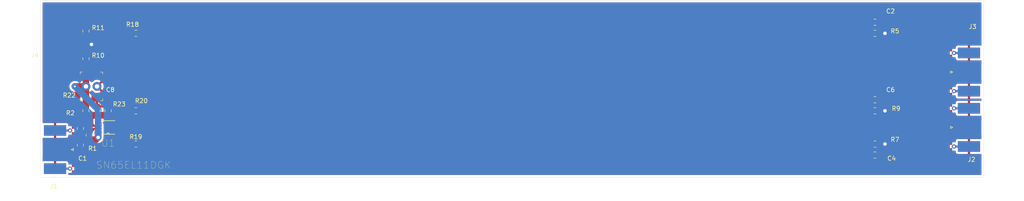
<source format=kicad_pcb>
(kicad_pcb (version 20171130) (host pcbnew "(5.1.5)-3")

  (general
    (thickness 1.6)
    (drawings 4)
    (tracks 95)
    (zones 0)
    (modules 22)
    (nets 12)
  )

  (page A4)
  (layers
    (0 F.Cu signal)
    (31 B.Cu signal)
    (32 B.Adhes user)
    (33 F.Adhes user)
    (34 B.Paste user)
    (35 F.Paste user)
    (36 B.SilkS user)
    (37 F.SilkS user)
    (38 B.Mask user)
    (39 F.Mask user)
    (40 Dwgs.User user)
    (41 Cmts.User user)
    (42 Eco1.User user)
    (43 Eco2.User user)
    (44 Edge.Cuts user)
    (45 Margin user)
    (46 B.CrtYd user)
    (47 F.CrtYd user)
    (48 B.Fab user)
    (49 F.Fab user)
  )

  (setup
    (last_trace_width 5.9)
    (user_trace_width 0.25)
    (user_trace_width 0.75)
    (user_trace_width 1.5)
    (user_trace_width 2.95)
    (user_trace_width 5.9)
    (trace_clearance 0.2)
    (zone_clearance 0.508)
    (zone_45_only no)
    (trace_min 0.2)
    (via_size 0.8)
    (via_drill 0.4)
    (via_min_size 0.4)
    (via_min_drill 0.3)
    (user_via 0.9 0.8)
    (uvia_size 0.3)
    (uvia_drill 0.1)
    (uvias_allowed no)
    (uvia_min_size 0.2)
    (uvia_min_drill 0.1)
    (edge_width 0.05)
    (segment_width 0.2)
    (pcb_text_width 0.3)
    (pcb_text_size 1.5 1.5)
    (mod_edge_width 0.12)
    (mod_text_size 1 1)
    (mod_text_width 0.15)
    (pad_size 1.8224 0.2318)
    (pad_drill 0)
    (pad_to_mask_clearance 0.051)
    (solder_mask_min_width 0.25)
    (aux_axis_origin 0 0)
    (visible_elements 7FFFFFFF)
    (pcbplotparams
      (layerselection 0x01000_ffffffff)
      (usegerberextensions false)
      (usegerberattributes false)
      (usegerberadvancedattributes false)
      (creategerberjobfile false)
      (excludeedgelayer true)
      (linewidth 0.100000)
      (plotframeref false)
      (viasonmask false)
      (mode 1)
      (useauxorigin false)
      (hpglpennumber 1)
      (hpglpenspeed 20)
      (hpglpendiameter 15.000000)
      (psnegative false)
      (psa4output false)
      (plotreference true)
      (plotvalue true)
      (plotinvisibletext false)
      (padsonsilk false)
      (subtractmaskfromsilk false)
      (outputformat 1)
      (mirror false)
      (drillshape 0)
      (scaleselection 1)
      (outputdirectory "E:/"))
  )

  (net 0 "")
  (net 1 "Net-(C1-Pad1)")
  (net 2 "Net-(C1-Pad2)")
  (net 3 GND)
  (net 4 +5V)
  (net 5 +2V5)
  (net 6 "Net-(C8-Pad2)")
  (net 7 /A3)
  (net 8 /A1)
  (net 9 /A2)
  (net 10 /Q1)
  (net 11 /Q0)

  (net_class Default "This is the default net class."
    (clearance 0.2)
    (trace_width 0.75)
    (via_dia 0.8)
    (via_drill 0.4)
    (uvia_dia 0.3)
    (uvia_drill 0.1)
    (add_net +2V5)
    (add_net +5V)
    (add_net /A1)
    (add_net /A2)
    (add_net /A3)
    (add_net /Q0)
    (add_net /Q1)
    (add_net GND)
    (add_net "Net-(C1-Pad1)")
    (add_net "Net-(C1-Pad2)")
    (add_net "Net-(C8-Pad2)")
  )

  (net_class sn65el11dgk ""
    (clearance 0.2)
    (trace_width 0.25)
    (via_dia 0.8)
    (via_drill 0.4)
    (uvia_dia 0.3)
    (uvia_drill 0.1)
  )

  (module "Lab 4 Final Project:SOP65P490X110-8N-edit" (layer F.Cu) (tedit 5DF30865) (tstamp 5DF14FC2)
    (at 54.61 119.38 180)
    (path /5DF27D95)
    (attr smd)
    (fp_text reference U1 (at 0 -3.58659) (layer F.SilkS)
      (effects (font (size 1.64238 1.64238) (thickness 0.05)))
    )
    (fp_text value SN65EL11DGK (at -5.842 -8.636) (layer F.SilkS)
      (effects (font (size 1.64032 1.64032) (thickness 0.05)))
    )
    (fp_arc (start 0 -1.5494) (end -0.3048 -1.5494) (angle -180) (layer F.SilkS) (width 0.1524))
    (fp_line (start -0.3048 -1.5494) (end -1.5494 -1.5494) (layer F.SilkS) (width 0.1524))
    (fp_line (start 0.3048 -1.5494) (end -0.3048 -1.5494) (layer F.SilkS) (width 0.1524))
    (fp_line (start 1.5494 -1.5494) (end 0.3048 -1.5494) (layer F.SilkS) (width 0.1524))
    (fp_line (start -1.5494 1.5494) (end 1.5494 1.5494) (layer F.SilkS) (width 0.1524))
    (fp_arc (start 0 -1.5494) (end -0.3048 -1.5494) (angle -180) (layer Eco2.User) (width 0.1))
    (fp_line (start -1.5494 -1.5494) (end -1.5494 1.5494) (layer Eco2.User) (width 0.1))
    (fp_line (start -0.3048 -1.5494) (end -1.5494 -1.5494) (layer Eco2.User) (width 0.1))
    (fp_line (start 0.3048 -1.5494) (end -0.3048 -1.5494) (layer Eco2.User) (width 0.1))
    (fp_line (start 1.5494 -1.5494) (end 0.3048 -1.5494) (layer Eco2.User) (width 0.1))
    (fp_line (start 1.5494 1.5494) (end 1.5494 -1.5494) (layer Eco2.User) (width 0.1))
    (fp_line (start -1.5494 1.5494) (end 1.5494 1.5494) (layer Eco2.User) (width 0.1))
    (fp_line (start 2.5146 -1.1684) (end 1.5494 -1.1684) (layer Eco2.User) (width 0.1))
    (fp_line (start 2.5146 -0.7874) (end 2.5146 -1.1684) (layer Eco2.User) (width 0.1))
    (fp_line (start 1.5494 -0.7874) (end 2.5146 -0.7874) (layer Eco2.User) (width 0.1))
    (fp_line (start 1.5494 -1.1684) (end 1.5494 -0.7874) (layer Eco2.User) (width 0.1))
    (fp_line (start 2.5146 -0.508) (end 1.5494 -0.508) (layer Eco2.User) (width 0.1))
    (fp_line (start 2.5146 -0.127) (end 2.5146 -0.508) (layer Eco2.User) (width 0.1))
    (fp_line (start 1.5494 -0.127) (end 2.5146 -0.127) (layer Eco2.User) (width 0.1))
    (fp_line (start 1.5494 -0.508) (end 1.5494 -0.127) (layer Eco2.User) (width 0.1))
    (fp_line (start 2.5146 0.127) (end 1.5494 0.127) (layer Eco2.User) (width 0.1))
    (fp_line (start 2.5146 0.508) (end 2.5146 0.127) (layer Eco2.User) (width 0.1))
    (fp_line (start 1.5494 0.508) (end 2.5146 0.508) (layer Eco2.User) (width 0.1))
    (fp_line (start 1.5494 0.127) (end 1.5494 0.508) (layer Eco2.User) (width 0.1))
    (fp_line (start 2.5146 0.7874) (end 1.5494 0.7874) (layer Eco2.User) (width 0.1))
    (fp_line (start 2.5146 1.1684) (end 2.5146 0.7874) (layer Eco2.User) (width 0.1))
    (fp_line (start 1.5494 1.1684) (end 2.5146 1.1684) (layer Eco2.User) (width 0.1))
    (fp_line (start 1.5494 0.7874) (end 1.5494 1.1684) (layer Eco2.User) (width 0.1))
    (fp_line (start -2.5146 1.1684) (end -1.5494 1.1684) (layer Eco2.User) (width 0.1))
    (fp_line (start -2.5146 0.7874) (end -2.5146 1.1684) (layer Eco2.User) (width 0.1))
    (fp_line (start -1.5494 0.7874) (end -2.5146 0.7874) (layer Eco2.User) (width 0.1))
    (fp_line (start -1.5494 1.1684) (end -1.5494 0.7874) (layer Eco2.User) (width 0.1))
    (fp_line (start -2.5146 0.508) (end -1.5494 0.508) (layer Eco2.User) (width 0.1))
    (fp_line (start -2.5146 0.127) (end -2.5146 0.508) (layer Eco2.User) (width 0.1))
    (fp_line (start -1.5494 0.127) (end -2.5146 0.127) (layer Eco2.User) (width 0.1))
    (fp_line (start -1.5494 0.508) (end -1.5494 0.127) (layer Eco2.User) (width 0.1))
    (fp_line (start -2.5146 -0.127) (end -1.5494 -0.127) (layer Eco2.User) (width 0.1))
    (fp_line (start -2.5146 -0.508) (end -2.5146 -0.127) (layer Eco2.User) (width 0.1))
    (fp_line (start -1.5494 -0.508) (end -2.5146 -0.508) (layer Eco2.User) (width 0.1))
    (fp_line (start -1.5494 -0.127) (end -1.5494 -0.508) (layer Eco2.User) (width 0.1))
    (fp_line (start -2.5146 -0.7874) (end -1.5494 -0.7874) (layer Eco2.User) (width 0.1))
    (fp_line (start -2.5146 -1.1684) (end -2.5146 -0.7874) (layer Eco2.User) (width 0.1))
    (fp_line (start -1.5494 -1.1684) (end -2.5146 -1.1684) (layer Eco2.User) (width 0.1))
    (fp_line (start -1.5494 -0.7874) (end -1.5494 -1.1684) (layer Eco2.User) (width 0.1))
    (pad 8 smd rect (at 2.2844 -1.2652 180) (size 1.6224 0.9318) (layers F.Cu F.Paste F.Mask)
      (net 4 +5V))
    (pad 7 smd rect (at 2.4844 -0.3302 180) (size 2.0224 0.4318) (layers F.Cu F.Paste F.Mask)
      (net 1 "Net-(C1-Pad1)"))
    (pad 6 smd rect (at 2.4844 0.3302 180) (size 2.0224 0.4318) (layers F.Cu F.Paste F.Mask)
      (net 6 "Net-(C8-Pad2)"))
    (pad 5 smd rect (at 2.1844 0.9652 180) (size 1.4224 0.4318) (layers F.Cu F.Paste F.Mask)
      (net 3 GND))
    (pad 4 smd rect (at -2.1844 0.9652 180) (size 1.4224 0.4318) (layers F.Cu F.Paste F.Mask))
    (pad 3 smd rect (at -2.8844 0.3302 180) (size 2.8224 0.4318) (layers F.Cu F.Paste F.Mask)
      (net 10 /Q1))
    (pad 2 smd rect (at -2.1844 -0.3302 180) (size 1.4224 0.4318) (layers F.Cu F.Paste F.Mask))
    (pad 1 smd rect (at -2.3844 -1.4652 180) (size 1.8224 1.4318) (layers F.Cu F.Paste F.Mask)
      (net 11 /Q0))
  )

  (module Resistor_SMD:R_0805_2012Metric_Pad1.15x1.40mm_HandSolder (layer F.Cu) (tedit 5B36C52B) (tstamp 5DF2BDAD)
    (at 48.26 119.625 90)
    (descr "Resistor SMD 0805 (2012 Metric), square (rectangular) end terminal, IPC_7351 nominal with elongated pad for handsoldering. (Body size source: https://docs.google.com/spreadsheets/d/1BsfQQcO9C6DZCsRaXUlFlo91Tg2WpOkGARC1WS5S8t0/edit?usp=sharing), generated with kicad-footprint-generator")
    (tags "resistor handsolder")
    (path /5DF3557A)
    (attr smd)
    (fp_text reference R2 (at 3.547 -2.286) (layer F.SilkS)
      (effects (font (size 1 1) (thickness 0.15)))
    )
    (fp_text value 5k (at 2.023 -2.286) (layer F.Fab)
      (effects (font (size 1 1) (thickness 0.15)))
    )
    (fp_text user %R (at 0 0 90) (layer F.Fab)
      (effects (font (size 0.5 0.5) (thickness 0.08)))
    )
    (fp_line (start 1.85 0.95) (end -1.85 0.95) (layer F.CrtYd) (width 0.05))
    (fp_line (start 1.85 -0.95) (end 1.85 0.95) (layer F.CrtYd) (width 0.05))
    (fp_line (start -1.85 -0.95) (end 1.85 -0.95) (layer F.CrtYd) (width 0.05))
    (fp_line (start -1.85 0.95) (end -1.85 -0.95) (layer F.CrtYd) (width 0.05))
    (fp_line (start -0.261252 0.71) (end 0.261252 0.71) (layer F.SilkS) (width 0.12))
    (fp_line (start -0.261252 -0.71) (end 0.261252 -0.71) (layer F.SilkS) (width 0.12))
    (fp_line (start 1 0.6) (end -1 0.6) (layer F.Fab) (width 0.1))
    (fp_line (start 1 -0.6) (end 1 0.6) (layer F.Fab) (width 0.1))
    (fp_line (start -1 -0.6) (end 1 -0.6) (layer F.Fab) (width 0.1))
    (fp_line (start -1 0.6) (end -1 -0.6) (layer F.Fab) (width 0.1))
    (pad 2 smd roundrect (at 1.025 0 90) (size 1.15 1.4) (layers F.Cu F.Paste F.Mask) (roundrect_rratio 0.217391)
      (net 3 GND))
    (pad 1 smd roundrect (at -1.025 0 90) (size 1.15 1.4) (layers F.Cu F.Paste F.Mask) (roundrect_rratio 0.217391)
      (net 1 "Net-(C1-Pad1)"))
    (model ${KISYS3DMOD}/Resistor_SMD.3dshapes/R_0805_2012Metric.wrl
      (at (xyz 0 0 0))
      (scale (xyz 1 1 1))
      (rotate (xyz 0 0 0))
    )
  )

  (module Resistor_SMD:R_0805_2012Metric_Pad1.15x1.40mm_HandSolder (layer F.Cu) (tedit 5B36C52B) (tstamp 5DF2BD9C)
    (at 50.3 121.149 90)
    (descr "Resistor SMD 0805 (2012 Metric), square (rectangular) end terminal, IPC_7351 nominal with elongated pad for handsoldering. (Body size source: https://docs.google.com/spreadsheets/d/1BsfQQcO9C6DZCsRaXUlFlo91Tg2WpOkGARC1WS5S8t0/edit?usp=sharing), generated with kicad-footprint-generator")
    (tags "resistor handsolder")
    (path /5DF35574)
    (attr smd)
    (fp_text reference R1 (at -3.057 0.754) (layer F.SilkS)
      (effects (font (size 1 1) (thickness 0.15)))
    )
    (fp_text value 1.8k (at -4.835 1.516) (layer F.Fab)
      (effects (font (size 1 1) (thickness 0.15)))
    )
    (fp_text user %R (at 0 0 90) (layer F.Fab)
      (effects (font (size 0.5 0.5) (thickness 0.08)))
    )
    (fp_line (start 1.85 0.95) (end -1.85 0.95) (layer F.CrtYd) (width 0.05))
    (fp_line (start 1.85 -0.95) (end 1.85 0.95) (layer F.CrtYd) (width 0.05))
    (fp_line (start -1.85 -0.95) (end 1.85 -0.95) (layer F.CrtYd) (width 0.05))
    (fp_line (start -1.85 0.95) (end -1.85 -0.95) (layer F.CrtYd) (width 0.05))
    (fp_line (start -0.261252 0.71) (end 0.261252 0.71) (layer F.SilkS) (width 0.12))
    (fp_line (start -0.261252 -0.71) (end 0.261252 -0.71) (layer F.SilkS) (width 0.12))
    (fp_line (start 1 0.6) (end -1 0.6) (layer F.Fab) (width 0.1))
    (fp_line (start 1 -0.6) (end 1 0.6) (layer F.Fab) (width 0.1))
    (fp_line (start -1 -0.6) (end 1 -0.6) (layer F.Fab) (width 0.1))
    (fp_line (start -1 0.6) (end -1 -0.6) (layer F.Fab) (width 0.1))
    (pad 2 smd roundrect (at 1.025 0 90) (size 1.15 1.4) (layers F.Cu F.Paste F.Mask) (roundrect_rratio 0.217391)
      (net 1 "Net-(C1-Pad1)"))
    (pad 1 smd roundrect (at -1.025 0 90) (size 1.15 1.4) (layers F.Cu F.Paste F.Mask) (roundrect_rratio 0.217391)
      (net 4 +5V))
    (model ${KISYS3DMOD}/Resistor_SMD.3dshapes/R_0805_2012Metric.wrl
      (at (xyz 0 0 0))
      (scale (xyz 1 1 1))
      (rotate (xyz 0 0 0))
    )
  )

  (module digikey-footprints:PinHeader_1x2_P2.54mm_Drill1.02mm (layer F.Cu) (tedit 5A4BC55F) (tstamp 5DF2A4EC)
    (at 49.53 109.97)
    (descr http://www.molex.com/pdm_docs/sd/022232031_sd.pdf)
    (path /5DFBB189)
    (fp_text reference J4 (at -11.684 -7.1) (layer F.SilkS)
      (effects (font (size 1 1) (thickness 0.15)))
    )
    (fp_text value "DC Power Pin Headers" (at -10.668 -4.56) (layer F.Fab) hide
      (effects (font (size 1 1) (thickness 0.15)))
    )
    (fp_line (start -1.2 -3.17) (end 3.73 -3.17) (layer F.Fab) (width 0.1))
    (fp_line (start -1.2 -3.17) (end -1.2 3.17) (layer F.Fab) (width 0.1))
    (fp_line (start 3.73 -3.17) (end 3.73 3.17) (layer F.Fab) (width 0.1))
    (fp_line (start -1.2 3.17) (end 3.73 3.17) (layer F.Fab) (width 0.1))
    (fp_line (start 3.85 3.29) (end 3.35 3.29) (layer F.SilkS) (width 0.1))
    (fp_line (start 3.85 3.29) (end 3.85 2.79) (layer F.SilkS) (width 0.1))
    (fp_line (start -1.3 3.3) (end -0.8 3.3) (layer F.SilkS) (width 0.1))
    (fp_line (start -1.3 3.3) (end -1.3 2.8) (layer F.SilkS) (width 0.1))
    (fp_line (start -1.3 -3.3) (end -0.8 -3.3) (layer F.SilkS) (width 0.1))
    (fp_line (start -1.3 -3.3) (end -1.3 -2.8) (layer F.SilkS) (width 0.1))
    (fp_line (start 3.84 -3.28) (end 3.34 -3.28) (layer F.SilkS) (width 0.1))
    (fp_line (start 3.84 -3.28) (end 3.84 -2.78) (layer F.SilkS) (width 0.1))
    (fp_line (start 3.98 -3.42) (end -1.45 -3.42) (layer F.CrtYd) (width 0.05))
    (fp_line (start 3.98 -3.42) (end 3.98 3.42) (layer F.CrtYd) (width 0.05))
    (fp_line (start -1.45 -3.42) (end -1.45 3.42) (layer F.CrtYd) (width 0.05))
    (fp_line (start 3.98 3.42) (end -1.45 3.42) (layer F.CrtYd) (width 0.05))
    (fp_text user %R (at 1.778 -2.274) (layer F.Fab)
      (effects (font (size 1 1) (thickness 0.15)))
    )
    (pad 2 thru_hole circle (at 2.54 0) (size 2.02 2.02) (drill 1.02) (layers *.Cu *.Mask)
      (net 3 GND))
    (pad 1 thru_hole circle (at 0 0) (size 2.02 2.02) (drill 1.02) (layers *.Cu *.Mask)
      (net 4 +5V))
  )

  (module Connector_Coaxial:SMA_Molex_73251-1153_EdgeMount_Horizontal (layer F.Cu) (tedit 5A1B666F) (tstamp 5DF244A6)
    (at 249.92 106.68 180)
    (descr "Molex SMA RF Connectors, Edge Mount, (http://www.molex.com/pdm_docs/sd/732511150_sd.pdf)")
    (tags "sma edge")
    (path /5E09D5C3)
    (attr smd)
    (fp_text reference J3 (at -2.556 10.414) (layer F.SilkS)
      (effects (font (size 1 1) (thickness 0.15)))
    )
    (fp_text value "End Launch SMA to Oscope" (at -3.064 8.382) (layer F.Fab)
      (effects (font (size 1 1) (thickness 0.15)))
    )
    (fp_line (start -5.91 4.76) (end 0.49 4.76) (layer F.Fab) (width 0.1))
    (fp_line (start -5.91 -4.76) (end -5.91 4.76) (layer F.Fab) (width 0.1))
    (fp_line (start 0.49 -4.76) (end -5.91 -4.76) (layer F.Fab) (width 0.1))
    (fp_line (start -4.76 -3.75) (end -4.76 3.75) (layer F.Fab) (width 0.1))
    (fp_line (start -13.79 2.65) (end -5.91 2.65) (layer F.Fab) (width 0.1))
    (fp_line (start -13.79 -2.65) (end -13.79 2.65) (layer F.Fab) (width 0.1))
    (fp_line (start -13.79 -2.65) (end -5.91 -2.65) (layer F.Fab) (width 0.1))
    (fp_line (start -4.76 3.75) (end 0.49 3.75) (layer F.Fab) (width 0.1))
    (fp_line (start -4.76 -3.75) (end 0.49 -3.75) (layer F.Fab) (width 0.1))
    (fp_line (start 2.71 -6.09) (end -14.29 -6.09) (layer F.CrtYd) (width 0.05))
    (fp_line (start 2.71 -6.09) (end 2.71 6.09) (layer F.CrtYd) (width 0.05))
    (fp_line (start -14.29 6.09) (end 2.71 6.09) (layer B.CrtYd) (width 0.05))
    (fp_line (start -14.29 -6.09) (end -14.29 6.09) (layer B.CrtYd) (width 0.05))
    (fp_line (start -14.29 -6.09) (end 2.71 -6.09) (layer B.CrtYd) (width 0.05))
    (fp_line (start 2.71 -6.09) (end 2.71 6.09) (layer B.CrtYd) (width 0.05))
    (fp_line (start -14.29 6.09) (end 2.71 6.09) (layer F.CrtYd) (width 0.05))
    (fp_line (start -14.29 -6.09) (end -14.29 6.09) (layer F.CrtYd) (width 0.05))
    (fp_line (start 0.49 -4.76) (end 0.49 -3.75) (layer F.Fab) (width 0.1))
    (fp_line (start 0.49 3.75) (end 0.49 4.76) (layer F.Fab) (width 0.1))
    (fp_line (start 0.49 -0.38) (end 0.49 0.38) (layer F.Fab) (width 0.1))
    (fp_line (start -4.76 0.38) (end 0.49 0.38) (layer F.Fab) (width 0.1))
    (fp_line (start -4.76 -0.38) (end 0.49 -0.38) (layer F.Fab) (width 0.1))
    (fp_line (start 2 0) (end 2.5 -0.25) (layer F.SilkS) (width 0.12))
    (fp_line (start 2.5 -0.25) (end 2.5 0.25) (layer F.SilkS) (width 0.12))
    (fp_line (start 2.5 0.25) (end 2 0) (layer F.SilkS) (width 0.12))
    (fp_line (start 2.5 -0.25) (end 2 0) (layer F.Fab) (width 0.1))
    (fp_line (start 2 0) (end 2.5 0.25) (layer F.Fab) (width 0.1))
    (fp_line (start 2.5 0.25) (end 2.5 -0.25) (layer F.Fab) (width 0.1))
    (fp_text user %R (at -9.668 0) (layer F.Fab)
      (effects (font (size 1 1) (thickness 0.15)))
    )
    (pad 2 smd rect (at 1.27 4.38 180) (size 0.95 0.46) (layers B.Cu)
      (net 3 GND))
    (pad 2 smd rect (at 1.27 -4.38 180) (size 0.95 0.46) (layers B.Cu)
      (net 3 GND))
    (pad 2 smd rect (at 1.27 4.38 180) (size 0.95 0.46) (layers F.Cu)
      (net 3 GND))
    (pad 2 smd rect (at 1.27 -4.38 180) (size 0.95 0.46) (layers F.Cu)
      (net 3 GND))
    (pad 2 thru_hole circle (at 1.72 4.38 180) (size 0.97 0.97) (drill 0.46) (layers *.Cu)
      (net 3 GND))
    (pad 2 thru_hole circle (at 1.72 -4.38 180) (size 0.97 0.97) (drill 0.46) (layers *.Cu)
      (net 3 GND))
    (pad 2 smd rect (at -1.72 4.38 180) (size 5.08 2.42) (layers B.Cu B.Paste B.Mask)
      (net 3 GND))
    (pad 2 smd rect (at -1.72 -4.38 180) (size 5.08 2.42) (layers B.Cu B.Paste B.Mask)
      (net 3 GND))
    (pad 2 smd rect (at -1.72 4.38 180) (size 5.08 2.42) (layers F.Cu F.Paste F.Mask)
      (net 3 GND))
    (pad 2 smd rect (at -1.72 -4.38 180) (size 5.08 2.42) (layers F.Cu F.Paste F.Mask)
      (net 3 GND))
    (pad 1 smd rect (at -1.72 0 180) (size 5.08 2.29) (layers F.Cu F.Paste F.Mask)
      (net 3 GND))
    (model ${KISYS3DMOD}/Connector_Coaxial.3dshapes/SMA_Molex_73251-1153_EdgeMount_Horizontal.wrl
      (at (xyz 0 0 0))
      (scale (xyz 1 1 1))
      (rotate (xyz 0 0 0))
    )
  )

  (module Connector_Coaxial:SMA_Molex_73251-1153_EdgeMount_Horizontal (layer F.Cu) (tedit 5A1B666F) (tstamp 5DF25419)
    (at 249.92 119.38 180)
    (descr "Molex SMA RF Connectors, Edge Mount, (http://www.molex.com/pdm_docs/sd/732511150_sd.pdf)")
    (tags "sma edge")
    (path /5E09BC93)
    (attr smd)
    (fp_text reference J2 (at -2.302 -7.366) (layer F.SilkS)
      (effects (font (size 1 1) (thickness 0.15)))
    )
    (fp_text value "End Launch SMA to Oscope" (at -3.064 -9.652) (layer F.Fab)
      (effects (font (size 1 1) (thickness 0.15)))
    )
    (fp_line (start -5.91 4.76) (end 0.49 4.76) (layer F.Fab) (width 0.1))
    (fp_line (start -5.91 -4.76) (end -5.91 4.76) (layer F.Fab) (width 0.1))
    (fp_line (start 0.49 -4.76) (end -5.91 -4.76) (layer F.Fab) (width 0.1))
    (fp_line (start -4.76 -3.75) (end -4.76 3.75) (layer F.Fab) (width 0.1))
    (fp_line (start -13.79 2.65) (end -5.91 2.65) (layer F.Fab) (width 0.1))
    (fp_line (start -13.79 -2.65) (end -13.79 2.65) (layer F.Fab) (width 0.1))
    (fp_line (start -13.79 -2.65) (end -5.91 -2.65) (layer F.Fab) (width 0.1))
    (fp_line (start -4.76 3.75) (end 0.49 3.75) (layer F.Fab) (width 0.1))
    (fp_line (start -4.76 -3.75) (end 0.49 -3.75) (layer F.Fab) (width 0.1))
    (fp_line (start 2.71 -6.09) (end -14.29 -6.09) (layer F.CrtYd) (width 0.05))
    (fp_line (start 2.71 -6.09) (end 2.71 6.09) (layer F.CrtYd) (width 0.05))
    (fp_line (start -14.29 6.09) (end 2.71 6.09) (layer B.CrtYd) (width 0.05))
    (fp_line (start -14.29 -6.09) (end -14.29 6.09) (layer B.CrtYd) (width 0.05))
    (fp_line (start -14.29 -6.09) (end 2.71 -6.09) (layer B.CrtYd) (width 0.05))
    (fp_line (start 2.71 -6.09) (end 2.71 6.09) (layer B.CrtYd) (width 0.05))
    (fp_line (start -14.29 6.09) (end 2.71 6.09) (layer F.CrtYd) (width 0.05))
    (fp_line (start -14.29 -6.09) (end -14.29 6.09) (layer F.CrtYd) (width 0.05))
    (fp_line (start 0.49 -4.76) (end 0.49 -3.75) (layer F.Fab) (width 0.1))
    (fp_line (start 0.49 3.75) (end 0.49 4.76) (layer F.Fab) (width 0.1))
    (fp_line (start 0.49 -0.38) (end 0.49 0.38) (layer F.Fab) (width 0.1))
    (fp_line (start -4.76 0.38) (end 0.49 0.38) (layer F.Fab) (width 0.1))
    (fp_line (start -4.76 -0.38) (end 0.49 -0.38) (layer F.Fab) (width 0.1))
    (fp_line (start 2 0) (end 2.5 -0.25) (layer F.SilkS) (width 0.12))
    (fp_line (start 2.5 -0.25) (end 2.5 0.25) (layer F.SilkS) (width 0.12))
    (fp_line (start 2.5 0.25) (end 2 0) (layer F.SilkS) (width 0.12))
    (fp_line (start 2.5 -0.25) (end 2 0) (layer F.Fab) (width 0.1))
    (fp_line (start 2 0) (end 2.5 0.25) (layer F.Fab) (width 0.1))
    (fp_line (start 2.5 0.25) (end 2.5 -0.25) (layer F.Fab) (width 0.1))
    (fp_text user %R (at -9.922 0) (layer F.Fab)
      (effects (font (size 1 1) (thickness 0.15)))
    )
    (pad 2 smd rect (at 1.27 4.38 180) (size 0.95 0.46) (layers B.Cu)
      (net 3 GND))
    (pad 2 smd rect (at 1.27 -4.38 180) (size 0.95 0.46) (layers B.Cu)
      (net 3 GND))
    (pad 2 smd rect (at 1.27 4.38 180) (size 0.95 0.46) (layers F.Cu)
      (net 3 GND))
    (pad 2 smd rect (at 1.27 -4.38 180) (size 0.95 0.46) (layers F.Cu)
      (net 3 GND))
    (pad 2 thru_hole circle (at 1.72 4.38 180) (size 0.97 0.97) (drill 0.46) (layers *.Cu)
      (net 3 GND))
    (pad 2 thru_hole circle (at 1.72 -4.38 180) (size 0.97 0.97) (drill 0.46) (layers *.Cu)
      (net 3 GND))
    (pad 2 smd rect (at -1.72 4.38 180) (size 5.08 2.42) (layers B.Cu B.Paste B.Mask)
      (net 3 GND))
    (pad 2 smd rect (at -1.72 -4.38 180) (size 5.08 2.42) (layers B.Cu B.Paste B.Mask)
      (net 3 GND))
    (pad 2 smd rect (at -1.72 4.38 180) (size 5.08 2.42) (layers F.Cu F.Paste F.Mask)
      (net 3 GND))
    (pad 2 smd rect (at -1.72 -4.38 180) (size 5.08 2.42) (layers F.Cu F.Paste F.Mask)
      (net 3 GND))
    (pad 1 smd rect (at -1.72 0 180) (size 5.08 2.29) (layers F.Cu F.Paste F.Mask)
      (net 3 GND))
    (model ${KISYS3DMOD}/Connector_Coaxial.3dshapes/SMA_Molex_73251-1153_EdgeMount_Horizontal.wrl
      (at (xyz 0 0 0))
      (scale (xyz 1 1 1))
      (rotate (xyz 0 0 0))
    )
  )

  (module Resistor_SMD:R_0805_2012Metric_Pad1.15x1.40mm_HandSolder (layer F.Cu) (tedit 5B36C52B) (tstamp 5DF181C5)
    (at 54.61 115.57 90)
    (descr "Resistor SMD 0805 (2012 Metric), square (rectangular) end terminal, IPC_7351 nominal with elongated pad for handsoldering. (Body size source: https://docs.google.com/spreadsheets/d/1BsfQQcO9C6DZCsRaXUlFlo91Tg2WpOkGARC1WS5S8t0/edit?usp=sharing), generated with kicad-footprint-generator")
    (tags "resistor handsolder")
    (path /5DF20A0C)
    (attr smd)
    (fp_text reference R23 (at 1.524 2.54) (layer F.SilkS)
      (effects (font (size 1 1) (thickness 0.15)))
    )
    (fp_text value 5k (at 0 2.54) (layer F.Fab)
      (effects (font (size 1 1) (thickness 0.15)))
    )
    (fp_text user %R (at 0 0 90) (layer F.Fab)
      (effects (font (size 0.5 0.5) (thickness 0.08)))
    )
    (fp_line (start 1.85 0.95) (end -1.85 0.95) (layer F.CrtYd) (width 0.05))
    (fp_line (start 1.85 -0.95) (end 1.85 0.95) (layer F.CrtYd) (width 0.05))
    (fp_line (start -1.85 -0.95) (end 1.85 -0.95) (layer F.CrtYd) (width 0.05))
    (fp_line (start -1.85 0.95) (end -1.85 -0.95) (layer F.CrtYd) (width 0.05))
    (fp_line (start -0.261252 0.71) (end 0.261252 0.71) (layer F.SilkS) (width 0.12))
    (fp_line (start -0.261252 -0.71) (end 0.261252 -0.71) (layer F.SilkS) (width 0.12))
    (fp_line (start 1 0.6) (end -1 0.6) (layer F.Fab) (width 0.1))
    (fp_line (start 1 -0.6) (end 1 0.6) (layer F.Fab) (width 0.1))
    (fp_line (start -1 -0.6) (end 1 -0.6) (layer F.Fab) (width 0.1))
    (fp_line (start -1 0.6) (end -1 -0.6) (layer F.Fab) (width 0.1))
    (pad 2 smd roundrect (at 1.025 0 90) (size 1.15 1.4) (layers F.Cu F.Paste F.Mask) (roundrect_rratio 0.217391)
      (net 3 GND))
    (pad 1 smd roundrect (at -1.025 0 90) (size 1.15 1.4) (layers F.Cu F.Paste F.Mask) (roundrect_rratio 0.217391)
      (net 6 "Net-(C8-Pad2)"))
    (model ${KISYS3DMOD}/Resistor_SMD.3dshapes/R_0805_2012Metric.wrl
      (at (xyz 0 0 0))
      (scale (xyz 1 1 1))
      (rotate (xyz 0 0 0))
    )
  )

  (module Resistor_SMD:R_0805_2012Metric_Pad1.15x1.40mm_HandSolder (layer F.Cu) (tedit 5B36C52B) (tstamp 5DF181B4)
    (at 49.53 115.57 270)
    (descr "Resistor SMD 0805 (2012 Metric), square (rectangular) end terminal, IPC_7351 nominal with elongated pad for handsoldering. (Body size source: https://docs.google.com/spreadsheets/d/1BsfQQcO9C6DZCsRaXUlFlo91Tg2WpOkGARC1WS5S8t0/edit?usp=sharing), generated with kicad-footprint-generator")
    (tags "resistor handsolder")
    (path /5DF20A06)
    (attr smd)
    (fp_text reference R22 (at -3.556 3.81) (layer F.SilkS)
      (effects (font (size 1 1) (thickness 0.15)))
    )
    (fp_text value 1.8k (at -1.778 3.81) (layer F.Fab)
      (effects (font (size 1 1) (thickness 0.15)))
    )
    (fp_text user %R (at 0 0 90) (layer F.Fab)
      (effects (font (size 0.5 0.5) (thickness 0.08)))
    )
    (fp_line (start 1.85 0.95) (end -1.85 0.95) (layer F.CrtYd) (width 0.05))
    (fp_line (start 1.85 -0.95) (end 1.85 0.95) (layer F.CrtYd) (width 0.05))
    (fp_line (start -1.85 -0.95) (end 1.85 -0.95) (layer F.CrtYd) (width 0.05))
    (fp_line (start -1.85 0.95) (end -1.85 -0.95) (layer F.CrtYd) (width 0.05))
    (fp_line (start -0.261252 0.71) (end 0.261252 0.71) (layer F.SilkS) (width 0.12))
    (fp_line (start -0.261252 -0.71) (end 0.261252 -0.71) (layer F.SilkS) (width 0.12))
    (fp_line (start 1 0.6) (end -1 0.6) (layer F.Fab) (width 0.1))
    (fp_line (start 1 -0.6) (end 1 0.6) (layer F.Fab) (width 0.1))
    (fp_line (start -1 -0.6) (end 1 -0.6) (layer F.Fab) (width 0.1))
    (fp_line (start -1 0.6) (end -1 -0.6) (layer F.Fab) (width 0.1))
    (pad 2 smd roundrect (at 1.025 0 270) (size 1.15 1.4) (layers F.Cu F.Paste F.Mask) (roundrect_rratio 0.217391)
      (net 6 "Net-(C8-Pad2)"))
    (pad 1 smd roundrect (at -1.025 0 270) (size 1.15 1.4) (layers F.Cu F.Paste F.Mask) (roundrect_rratio 0.217391)
      (net 4 +5V))
    (model ${KISYS3DMOD}/Resistor_SMD.3dshapes/R_0805_2012Metric.wrl
      (at (xyz 0 0 0))
      (scale (xyz 1 1 1))
      (rotate (xyz 0 0 0))
    )
  )

  (module Capacitor_SMD:C_0805_2012Metric_Pad1.15x1.40mm_HandSolder (layer F.Cu) (tedit 5B36C52B) (tstamp 5DF17E66)
    (at 52.07 115.57 270)
    (descr "Capacitor SMD 0805 (2012 Metric), square (rectangular) end terminal, IPC_7351 nominal with elongated pad for handsoldering. (Body size source: https://docs.google.com/spreadsheets/d/1BsfQQcO9C6DZCsRaXUlFlo91Tg2WpOkGARC1WS5S8t0/edit?usp=sharing), generated with kicad-footprint-generator")
    (tags "capacitor handsolder")
    (path /5DF209FF)
    (attr smd)
    (fp_text reference C8 (at -4.826 -3.048) (layer F.SilkS)
      (effects (font (size 1 1) (thickness 0.15)))
    )
    (fp_text value 10p (at -3.302 -3.302) (layer F.Fab)
      (effects (font (size 1 1) (thickness 0.15)))
    )
    (fp_text user %R (at 0 0 90) (layer F.Fab)
      (effects (font (size 0.5 0.5) (thickness 0.08)))
    )
    (fp_line (start 1.85 0.95) (end -1.85 0.95) (layer F.CrtYd) (width 0.05))
    (fp_line (start 1.85 -0.95) (end 1.85 0.95) (layer F.CrtYd) (width 0.05))
    (fp_line (start -1.85 -0.95) (end 1.85 -0.95) (layer F.CrtYd) (width 0.05))
    (fp_line (start -1.85 0.95) (end -1.85 -0.95) (layer F.CrtYd) (width 0.05))
    (fp_line (start -0.261252 0.71) (end 0.261252 0.71) (layer F.SilkS) (width 0.12))
    (fp_line (start -0.261252 -0.71) (end 0.261252 -0.71) (layer F.SilkS) (width 0.12))
    (fp_line (start 1 0.6) (end -1 0.6) (layer F.Fab) (width 0.1))
    (fp_line (start 1 -0.6) (end 1 0.6) (layer F.Fab) (width 0.1))
    (fp_line (start -1 -0.6) (end 1 -0.6) (layer F.Fab) (width 0.1))
    (fp_line (start -1 0.6) (end -1 -0.6) (layer F.Fab) (width 0.1))
    (pad 2 smd roundrect (at 1.025 0 270) (size 1.15 1.4) (layers F.Cu F.Paste F.Mask) (roundrect_rratio 0.217391)
      (net 6 "Net-(C8-Pad2)"))
    (pad 1 smd roundrect (at -1.025 0 270) (size 1.15 1.4) (layers F.Cu F.Paste F.Mask) (roundrect_rratio 0.217391)
      (net 3 GND))
    (model ${KISYS3DMOD}/Capacitor_SMD.3dshapes/C_0805_2012Metric.wrl
      (at (xyz 0 0 0))
      (scale (xyz 1 1 1))
      (rotate (xyz 0 0 0))
    )
  )

  (module Capacitor_SMD:C_0805_2012Metric_Pad1.15x1.40mm_HandSolder (layer F.Cu) (tedit 5B36C52B) (tstamp 5DF14D1E)
    (at 48.26 123.435 270)
    (descr "Capacitor SMD 0805 (2012 Metric), square (rectangular) end terminal, IPC_7351 nominal with elongated pad for handsoldering. (Body size source: https://docs.google.com/spreadsheets/d/1BsfQQcO9C6DZCsRaXUlFlo91Tg2WpOkGARC1WS5S8t0/edit?usp=sharing), generated with kicad-footprint-generator")
    (tags "capacitor handsolder")
    (path /5DF0B165)
    (attr smd)
    (fp_text reference C1 (at 3.057 -0.508) (layer F.SilkS)
      (effects (font (size 1 1) (thickness 0.15)))
    )
    (fp_text value 10p (at 4.835 -1.016 180) (layer F.Fab)
      (effects (font (size 1 1) (thickness 0.15)))
    )
    (fp_line (start -1 0.6) (end -1 -0.6) (layer F.Fab) (width 0.1))
    (fp_line (start -1 -0.6) (end 1 -0.6) (layer F.Fab) (width 0.1))
    (fp_line (start 1 -0.6) (end 1 0.6) (layer F.Fab) (width 0.1))
    (fp_line (start 1 0.6) (end -1 0.6) (layer F.Fab) (width 0.1))
    (fp_line (start -0.261252 -0.71) (end 0.261252 -0.71) (layer F.SilkS) (width 0.12))
    (fp_line (start -0.261252 0.71) (end 0.261252 0.71) (layer F.SilkS) (width 0.12))
    (fp_line (start -1.85 0.95) (end -1.85 -0.95) (layer F.CrtYd) (width 0.05))
    (fp_line (start -1.85 -0.95) (end 1.85 -0.95) (layer F.CrtYd) (width 0.05))
    (fp_line (start 1.85 -0.95) (end 1.85 0.95) (layer F.CrtYd) (width 0.05))
    (fp_line (start 1.85 0.95) (end -1.85 0.95) (layer F.CrtYd) (width 0.05))
    (fp_text user %R (at 0 0 90) (layer F.Fab)
      (effects (font (size 0.5 0.5) (thickness 0.08)))
    )
    (pad 1 smd roundrect (at -1.025 0 270) (size 1.15 1.4) (layers F.Cu F.Paste F.Mask) (roundrect_rratio 0.217391)
      (net 1 "Net-(C1-Pad1)"))
    (pad 2 smd roundrect (at 1.025 0 270) (size 1.15 1.4) (layers F.Cu F.Paste F.Mask) (roundrect_rratio 0.217391)
      (net 2 "Net-(C1-Pad2)"))
    (model ${KISYS3DMOD}/Capacitor_SMD.3dshapes/C_0805_2012Metric.wrl
      (at (xyz 0 0 0))
      (scale (xyz 1 1 1))
      (rotate (xyz 0 0 0))
    )
  )

  (module Capacitor_SMD:C_0805_2012Metric_Pad1.15x1.40mm_HandSolder (layer F.Cu) (tedit 5B36C52B) (tstamp 5DF14D2F)
    (at 230.115 95.25)
    (descr "Capacitor SMD 0805 (2012 Metric), square (rectangular) end terminal, IPC_7351 nominal with elongated pad for handsoldering. (Body size source: https://docs.google.com/spreadsheets/d/1BsfQQcO9C6DZCsRaXUlFlo91Tg2WpOkGARC1WS5S8t0/edit?usp=sharing), generated with kicad-footprint-generator")
    (tags "capacitor handsolder")
    (path /5DF705F5)
    (attr smd)
    (fp_text reference C2 (at 3.565 -2.54) (layer F.SilkS)
      (effects (font (size 1 1) (thickness 0.15)))
    )
    (fp_text value 10p (at 3.819 -0.762) (layer F.Fab)
      (effects (font (size 1 1) (thickness 0.15)))
    )
    (fp_text user %R (at 0 0) (layer F.Fab)
      (effects (font (size 0.5 0.5) (thickness 0.08)))
    )
    (fp_line (start 1.85 0.95) (end -1.85 0.95) (layer F.CrtYd) (width 0.05))
    (fp_line (start 1.85 -0.95) (end 1.85 0.95) (layer F.CrtYd) (width 0.05))
    (fp_line (start -1.85 -0.95) (end 1.85 -0.95) (layer F.CrtYd) (width 0.05))
    (fp_line (start -1.85 0.95) (end -1.85 -0.95) (layer F.CrtYd) (width 0.05))
    (fp_line (start -0.261252 0.71) (end 0.261252 0.71) (layer F.SilkS) (width 0.12))
    (fp_line (start -0.261252 -0.71) (end 0.261252 -0.71) (layer F.SilkS) (width 0.12))
    (fp_line (start 1 0.6) (end -1 0.6) (layer F.Fab) (width 0.1))
    (fp_line (start 1 -0.6) (end 1 0.6) (layer F.Fab) (width 0.1))
    (fp_line (start -1 -0.6) (end 1 -0.6) (layer F.Fab) (width 0.1))
    (fp_line (start -1 0.6) (end -1 -0.6) (layer F.Fab) (width 0.1))
    (pad 2 smd roundrect (at 1.025 0) (size 1.15 1.4) (layers F.Cu F.Paste F.Mask) (roundrect_rratio 0.217391)
      (net 3 GND))
    (pad 1 smd roundrect (at -1.025 0) (size 1.15 1.4) (layers F.Cu F.Paste F.Mask) (roundrect_rratio 0.217391)
      (net 7 /A3))
    (model ${KISYS3DMOD}/Capacitor_SMD.3dshapes/C_0805_2012Metric.wrl
      (at (xyz 0 0 0))
      (scale (xyz 1 1 1))
      (rotate (xyz 0 0 0))
    )
  )

  (module Capacitor_SMD:C_0805_2012Metric_Pad1.15x1.40mm_HandSolder (layer F.Cu) (tedit 5B36C52B) (tstamp 5DF14D51)
    (at 230.115 125.73)
    (descr "Capacitor SMD 0805 (2012 Metric), square (rectangular) end terminal, IPC_7351 nominal with elongated pad for handsoldering. (Body size source: https://docs.google.com/spreadsheets/d/1BsfQQcO9C6DZCsRaXUlFlo91Tg2WpOkGARC1WS5S8t0/edit?usp=sharing), generated with kicad-footprint-generator")
    (tags "capacitor handsolder")
    (path /5DF60CB5)
    (attr smd)
    (fp_text reference C4 (at 3.819 0.762) (layer F.SilkS)
      (effects (font (size 1 1) (thickness 0.15)))
    )
    (fp_text value 10p (at 4.327 2.286) (layer F.Fab)
      (effects (font (size 1 1) (thickness 0.15)))
    )
    (fp_line (start -1 0.6) (end -1 -0.6) (layer F.Fab) (width 0.1))
    (fp_line (start -1 -0.6) (end 1 -0.6) (layer F.Fab) (width 0.1))
    (fp_line (start 1 -0.6) (end 1 0.6) (layer F.Fab) (width 0.1))
    (fp_line (start 1 0.6) (end -1 0.6) (layer F.Fab) (width 0.1))
    (fp_line (start -0.261252 -0.71) (end 0.261252 -0.71) (layer F.SilkS) (width 0.12))
    (fp_line (start -0.261252 0.71) (end 0.261252 0.71) (layer F.SilkS) (width 0.12))
    (fp_line (start -1.85 0.95) (end -1.85 -0.95) (layer F.CrtYd) (width 0.05))
    (fp_line (start -1.85 -0.95) (end 1.85 -0.95) (layer F.CrtYd) (width 0.05))
    (fp_line (start 1.85 -0.95) (end 1.85 0.95) (layer F.CrtYd) (width 0.05))
    (fp_line (start 1.85 0.95) (end -1.85 0.95) (layer F.CrtYd) (width 0.05))
    (fp_text user %R (at 0 0) (layer F.Fab)
      (effects (font (size 0.5 0.5) (thickness 0.08)))
    )
    (pad 1 smd roundrect (at -1.025 0) (size 1.15 1.4) (layers F.Cu F.Paste F.Mask) (roundrect_rratio 0.217391)
      (net 8 /A1))
    (pad 2 smd roundrect (at 1.025 0) (size 1.15 1.4) (layers F.Cu F.Paste F.Mask) (roundrect_rratio 0.217391)
      (net 3 GND))
    (model ${KISYS3DMOD}/Capacitor_SMD.3dshapes/C_0805_2012Metric.wrl
      (at (xyz 0 0 0))
      (scale (xyz 1 1 1))
      (rotate (xyz 0 0 0))
    )
  )

  (module Capacitor_SMD:C_0805_2012Metric_Pad1.15x1.40mm_HandSolder (layer F.Cu) (tedit 5B36C52B) (tstamp 5DF14D73)
    (at 230.115 113.03)
    (descr "Capacitor SMD 0805 (2012 Metric), square (rectangular) end terminal, IPC_7351 nominal with elongated pad for handsoldering. (Body size source: https://docs.google.com/spreadsheets/d/1BsfQQcO9C6DZCsRaXUlFlo91Tg2WpOkGARC1WS5S8t0/edit?usp=sharing), generated with kicad-footprint-generator")
    (tags "capacitor handsolder")
    (path /5DF61EB6)
    (attr smd)
    (fp_text reference C6 (at 3.565 -2.286) (layer F.SilkS)
      (effects (font (size 1 1) (thickness 0.15)))
    )
    (fp_text value 10p (at 4.073 -0.508) (layer F.Fab)
      (effects (font (size 1 1) (thickness 0.15)))
    )
    (fp_text user %R (at 0 0) (layer F.Fab)
      (effects (font (size 0.5 0.5) (thickness 0.08)))
    )
    (fp_line (start 1.85 0.95) (end -1.85 0.95) (layer F.CrtYd) (width 0.05))
    (fp_line (start 1.85 -0.95) (end 1.85 0.95) (layer F.CrtYd) (width 0.05))
    (fp_line (start -1.85 -0.95) (end 1.85 -0.95) (layer F.CrtYd) (width 0.05))
    (fp_line (start -1.85 0.95) (end -1.85 -0.95) (layer F.CrtYd) (width 0.05))
    (fp_line (start -0.261252 0.71) (end 0.261252 0.71) (layer F.SilkS) (width 0.12))
    (fp_line (start -0.261252 -0.71) (end 0.261252 -0.71) (layer F.SilkS) (width 0.12))
    (fp_line (start 1 0.6) (end -1 0.6) (layer F.Fab) (width 0.1))
    (fp_line (start 1 -0.6) (end 1 0.6) (layer F.Fab) (width 0.1))
    (fp_line (start -1 -0.6) (end 1 -0.6) (layer F.Fab) (width 0.1))
    (fp_line (start -1 0.6) (end -1 -0.6) (layer F.Fab) (width 0.1))
    (pad 2 smd roundrect (at 1.025 0) (size 1.15 1.4) (layers F.Cu F.Paste F.Mask) (roundrect_rratio 0.217391)
      (net 3 GND))
    (pad 1 smd roundrect (at -1.025 0) (size 1.15 1.4) (layers F.Cu F.Paste F.Mask) (roundrect_rratio 0.217391)
      (net 9 /A2))
    (model ${KISYS3DMOD}/Capacitor_SMD.3dshapes/C_0805_2012Metric.wrl
      (at (xyz 0 0 0))
      (scale (xyz 1 1 1))
      (rotate (xyz 0 0 0))
    )
  )

  (module Connector_Coaxial:SMA_Molex_73251-1153_EdgeMount_Horizontal (layer F.Cu) (tedit 5A1B666F) (tstamp 5DF14DB0)
    (at 44.18 124.46)
    (descr "Molex SMA RF Connectors, Edge Mount, (http://www.molex.com/pdm_docs/sd/732511150_sd.pdf)")
    (tags "sma edge")
    (path /5DF051A1)
    (attr smd)
    (fp_text reference J1 (at -2.016 8.382) (layer F.SilkS)
      (effects (font (size 1 1) (thickness 0.15)))
    )
    (fp_text value "End Launch SMA AC Signal Input" (at -1 10.922) (layer F.Fab)
      (effects (font (size 1 1) (thickness 0.15)))
    )
    (fp_text user %R (at -9.89 0.254) (layer F.Fab)
      (effects (font (size 1 1) (thickness 0.15)))
    )
    (fp_line (start 2.5 0.25) (end 2.5 -0.25) (layer F.Fab) (width 0.1))
    (fp_line (start 2 0) (end 2.5 0.25) (layer F.Fab) (width 0.1))
    (fp_line (start 2.5 -0.25) (end 2 0) (layer F.Fab) (width 0.1))
    (fp_line (start 2.5 0.25) (end 2 0) (layer F.SilkS) (width 0.12))
    (fp_line (start 2.5 -0.25) (end 2.5 0.25) (layer F.SilkS) (width 0.12))
    (fp_line (start 2 0) (end 2.5 -0.25) (layer F.SilkS) (width 0.12))
    (fp_line (start -4.76 -0.38) (end 0.49 -0.38) (layer F.Fab) (width 0.1))
    (fp_line (start -4.76 0.38) (end 0.49 0.38) (layer F.Fab) (width 0.1))
    (fp_line (start 0.49 -0.38) (end 0.49 0.38) (layer F.Fab) (width 0.1))
    (fp_line (start 0.49 3.75) (end 0.49 4.76) (layer F.Fab) (width 0.1))
    (fp_line (start 0.49 -4.76) (end 0.49 -3.75) (layer F.Fab) (width 0.1))
    (fp_line (start -14.29 -6.09) (end -14.29 6.09) (layer F.CrtYd) (width 0.05))
    (fp_line (start -14.29 6.09) (end 2.71 6.09) (layer F.CrtYd) (width 0.05))
    (fp_line (start 2.71 -6.09) (end 2.71 6.09) (layer B.CrtYd) (width 0.05))
    (fp_line (start -14.29 -6.09) (end 2.71 -6.09) (layer B.CrtYd) (width 0.05))
    (fp_line (start -14.29 -6.09) (end -14.29 6.09) (layer B.CrtYd) (width 0.05))
    (fp_line (start -14.29 6.09) (end 2.71 6.09) (layer B.CrtYd) (width 0.05))
    (fp_line (start 2.71 -6.09) (end 2.71 6.09) (layer F.CrtYd) (width 0.05))
    (fp_line (start 2.71 -6.09) (end -14.29 -6.09) (layer F.CrtYd) (width 0.05))
    (fp_line (start -4.76 -3.75) (end 0.49 -3.75) (layer F.Fab) (width 0.1))
    (fp_line (start -4.76 3.75) (end 0.49 3.75) (layer F.Fab) (width 0.1))
    (fp_line (start -13.79 -2.65) (end -5.91 -2.65) (layer F.Fab) (width 0.1))
    (fp_line (start -13.79 -2.65) (end -13.79 2.65) (layer F.Fab) (width 0.1))
    (fp_line (start -13.79 2.65) (end -5.91 2.65) (layer F.Fab) (width 0.1))
    (fp_line (start -4.76 -3.75) (end -4.76 3.75) (layer F.Fab) (width 0.1))
    (fp_line (start 0.49 -4.76) (end -5.91 -4.76) (layer F.Fab) (width 0.1))
    (fp_line (start -5.91 -4.76) (end -5.91 4.76) (layer F.Fab) (width 0.1))
    (fp_line (start -5.91 4.76) (end 0.49 4.76) (layer F.Fab) (width 0.1))
    (pad 1 smd rect (at -1.72 0) (size 5.08 2.29) (layers F.Cu F.Paste F.Mask)
      (net 2 "Net-(C1-Pad2)"))
    (pad 2 smd rect (at -1.72 -4.38) (size 5.08 2.42) (layers F.Cu F.Paste F.Mask)
      (net 3 GND))
    (pad 2 smd rect (at -1.72 4.38) (size 5.08 2.42) (layers F.Cu F.Paste F.Mask)
      (net 3 GND))
    (pad 2 smd rect (at -1.72 -4.38) (size 5.08 2.42) (layers B.Cu B.Paste B.Mask)
      (net 3 GND))
    (pad 2 smd rect (at -1.72 4.38) (size 5.08 2.42) (layers B.Cu B.Paste B.Mask)
      (net 3 GND))
    (pad 2 thru_hole circle (at 1.72 -4.38) (size 0.97 0.97) (drill 0.46) (layers *.Cu)
      (net 3 GND))
    (pad 2 thru_hole circle (at 1.72 4.38) (size 0.97 0.97) (drill 0.46) (layers *.Cu)
      (net 3 GND))
    (pad 2 smd rect (at 1.27 -4.38) (size 0.95 0.46) (layers F.Cu)
      (net 3 GND))
    (pad 2 smd rect (at 1.27 4.38) (size 0.95 0.46) (layers F.Cu)
      (net 3 GND))
    (pad 2 smd rect (at 1.27 -4.38) (size 0.95 0.46) (layers B.Cu)
      (net 3 GND))
    (pad 2 smd rect (at 1.27 4.38) (size 0.95 0.46) (layers B.Cu)
      (net 3 GND))
    (model ${KISYS3DMOD}/Connector_Coaxial.3dshapes/SMA_Molex_73251-1153_EdgeMount_Horizontal.wrl
      (at (xyz 0 0 0))
      (scale (xyz 1 1 1))
      (rotate (xyz 0 0 0))
    )
  )

  (module Resistor_SMD:R_0805_2012Metric_Pad1.15x1.40mm_HandSolder (layer F.Cu) (tedit 5B36C52B) (tstamp 5DF14E31)
    (at 230.115 97.79)
    (descr "Resistor SMD 0805 (2012 Metric), square (rectangular) end terminal, IPC_7351 nominal with elongated pad for handsoldering. (Body size source: https://docs.google.com/spreadsheets/d/1BsfQQcO9C6DZCsRaXUlFlo91Tg2WpOkGARC1WS5S8t0/edit?usp=sharing), generated with kicad-footprint-generator")
    (tags "resistor handsolder")
    (path /5DF705E9)
    (attr smd)
    (fp_text reference R5 (at 4.581 -0.508) (layer F.SilkS)
      (effects (font (size 1 1) (thickness 0.15)))
    )
    (fp_text value 30 (at 4.581 1.27) (layer F.Fab)
      (effects (font (size 1 1) (thickness 0.15)))
    )
    (fp_text user %R (at 0 0) (layer F.Fab)
      (effects (font (size 0.5 0.5) (thickness 0.08)))
    )
    (fp_line (start 1.85 0.95) (end -1.85 0.95) (layer F.CrtYd) (width 0.05))
    (fp_line (start 1.85 -0.95) (end 1.85 0.95) (layer F.CrtYd) (width 0.05))
    (fp_line (start -1.85 -0.95) (end 1.85 -0.95) (layer F.CrtYd) (width 0.05))
    (fp_line (start -1.85 0.95) (end -1.85 -0.95) (layer F.CrtYd) (width 0.05))
    (fp_line (start -0.261252 0.71) (end 0.261252 0.71) (layer F.SilkS) (width 0.12))
    (fp_line (start -0.261252 -0.71) (end 0.261252 -0.71) (layer F.SilkS) (width 0.12))
    (fp_line (start 1 0.6) (end -1 0.6) (layer F.Fab) (width 0.1))
    (fp_line (start 1 -0.6) (end 1 0.6) (layer F.Fab) (width 0.1))
    (fp_line (start -1 -0.6) (end 1 -0.6) (layer F.Fab) (width 0.1))
    (fp_line (start -1 0.6) (end -1 -0.6) (layer F.Fab) (width 0.1))
    (pad 2 smd roundrect (at 1.025 0) (size 1.15 1.4) (layers F.Cu F.Paste F.Mask) (roundrect_rratio 0.217391)
      (net 5 +2V5))
    (pad 1 smd roundrect (at -1.025 0) (size 1.15 1.4) (layers F.Cu F.Paste F.Mask) (roundrect_rratio 0.217391)
      (net 7 /A3))
    (model ${KISYS3DMOD}/Resistor_SMD.3dshapes/R_0805_2012Metric.wrl
      (at (xyz 0 0 0))
      (scale (xyz 1 1 1))
      (rotate (xyz 0 0 0))
    )
  )

  (module Resistor_SMD:R_0805_2012Metric_Pad1.15x1.40mm_HandSolder (layer F.Cu) (tedit 5B36C52B) (tstamp 5DF14E53)
    (at 230.115 123.19)
    (descr "Resistor SMD 0805 (2012 Metric), square (rectangular) end terminal, IPC_7351 nominal with elongated pad for handsoldering. (Body size source: https://docs.google.com/spreadsheets/d/1BsfQQcO9C6DZCsRaXUlFlo91Tg2WpOkGARC1WS5S8t0/edit?usp=sharing), generated with kicad-footprint-generator")
    (tags "resistor handsolder")
    (path /5DF5EC43)
    (attr smd)
    (fp_text reference R7 (at 4.581 -1.016) (layer F.SilkS)
      (effects (font (size 1 1) (thickness 0.15)))
    )
    (fp_text value 50 (at 4.581 0.762) (layer F.Fab)
      (effects (font (size 1 1) (thickness 0.15)))
    )
    (fp_text user %R (at 0 0) (layer F.Fab)
      (effects (font (size 0.5 0.5) (thickness 0.08)))
    )
    (fp_line (start 1.85 0.95) (end -1.85 0.95) (layer F.CrtYd) (width 0.05))
    (fp_line (start 1.85 -0.95) (end 1.85 0.95) (layer F.CrtYd) (width 0.05))
    (fp_line (start -1.85 -0.95) (end 1.85 -0.95) (layer F.CrtYd) (width 0.05))
    (fp_line (start -1.85 0.95) (end -1.85 -0.95) (layer F.CrtYd) (width 0.05))
    (fp_line (start -0.261252 0.71) (end 0.261252 0.71) (layer F.SilkS) (width 0.12))
    (fp_line (start -0.261252 -0.71) (end 0.261252 -0.71) (layer F.SilkS) (width 0.12))
    (fp_line (start 1 0.6) (end -1 0.6) (layer F.Fab) (width 0.1))
    (fp_line (start 1 -0.6) (end 1 0.6) (layer F.Fab) (width 0.1))
    (fp_line (start -1 -0.6) (end 1 -0.6) (layer F.Fab) (width 0.1))
    (fp_line (start -1 0.6) (end -1 -0.6) (layer F.Fab) (width 0.1))
    (pad 2 smd roundrect (at 1.025 0) (size 1.15 1.4) (layers F.Cu F.Paste F.Mask) (roundrect_rratio 0.217391)
      (net 5 +2V5))
    (pad 1 smd roundrect (at -1.025 0) (size 1.15 1.4) (layers F.Cu F.Paste F.Mask) (roundrect_rratio 0.217391)
      (net 8 /A1))
    (model ${KISYS3DMOD}/Resistor_SMD.3dshapes/R_0805_2012Metric.wrl
      (at (xyz 0 0 0))
      (scale (xyz 1 1 1))
      (rotate (xyz 0 0 0))
    )
  )

  (module Resistor_SMD:R_0805_2012Metric_Pad1.15x1.40mm_HandSolder (layer F.Cu) (tedit 5B36C52B) (tstamp 5DF14E75)
    (at 230.115 115.57)
    (descr "Resistor SMD 0805 (2012 Metric), square (rectangular) end terminal, IPC_7351 nominal with elongated pad for handsoldering. (Body size source: https://docs.google.com/spreadsheets/d/1BsfQQcO9C6DZCsRaXUlFlo91Tg2WpOkGARC1WS5S8t0/edit?usp=sharing), generated with kicad-footprint-generator")
    (tags "resistor handsolder")
    (path /5DF602E8)
    (attr smd)
    (fp_text reference R9 (at 4.835 -0.508) (layer F.SilkS)
      (effects (font (size 1 1) (thickness 0.15)))
    )
    (fp_text value 50 (at 4.835 1.016) (layer F.Fab)
      (effects (font (size 1 1) (thickness 0.15)))
    )
    (fp_line (start -1 0.6) (end -1 -0.6) (layer F.Fab) (width 0.1))
    (fp_line (start -1 -0.6) (end 1 -0.6) (layer F.Fab) (width 0.1))
    (fp_line (start 1 -0.6) (end 1 0.6) (layer F.Fab) (width 0.1))
    (fp_line (start 1 0.6) (end -1 0.6) (layer F.Fab) (width 0.1))
    (fp_line (start -0.261252 -0.71) (end 0.261252 -0.71) (layer F.SilkS) (width 0.12))
    (fp_line (start -0.261252 0.71) (end 0.261252 0.71) (layer F.SilkS) (width 0.12))
    (fp_line (start -1.85 0.95) (end -1.85 -0.95) (layer F.CrtYd) (width 0.05))
    (fp_line (start -1.85 -0.95) (end 1.85 -0.95) (layer F.CrtYd) (width 0.05))
    (fp_line (start 1.85 -0.95) (end 1.85 0.95) (layer F.CrtYd) (width 0.05))
    (fp_line (start 1.85 0.95) (end -1.85 0.95) (layer F.CrtYd) (width 0.05))
    (fp_text user %R (at 0 0) (layer F.Fab)
      (effects (font (size 0.5 0.5) (thickness 0.08)))
    )
    (pad 1 smd roundrect (at -1.025 0) (size 1.15 1.4) (layers F.Cu F.Paste F.Mask) (roundrect_rratio 0.217391)
      (net 9 /A2))
    (pad 2 smd roundrect (at 1.025 0) (size 1.15 1.4) (layers F.Cu F.Paste F.Mask) (roundrect_rratio 0.217391)
      (net 5 +2V5))
    (model ${KISYS3DMOD}/Resistor_SMD.3dshapes/R_0805_2012Metric.wrl
      (at (xyz 0 0 0))
      (scale (xyz 1 1 1))
      (rotate (xyz 0 0 0))
    )
  )

  (module Resistor_SMD:R_0805_2012Metric_Pad1.15x1.40mm_HandSolder (layer F.Cu) (tedit 5B36C52B) (tstamp 5DF14E86)
    (at 49.53 103.62 90)
    (descr "Resistor SMD 0805 (2012 Metric), square (rectangular) end terminal, IPC_7351 nominal with elongated pad for handsoldering. (Body size source: https://docs.google.com/spreadsheets/d/1BsfQQcO9C6DZCsRaXUlFlo91Tg2WpOkGARC1WS5S8t0/edit?usp=sharing), generated with kicad-footprint-generator")
    (tags "resistor handsolder")
    (path /5E00A6D2)
    (attr smd)
    (fp_text reference R10 (at 0.75 2.794) (layer F.SilkS)
      (effects (font (size 1 1) (thickness 0.15)))
    )
    (fp_text value 80 (at -1.028 2.794) (layer F.Fab)
      (effects (font (size 1 1) (thickness 0.15)))
    )
    (fp_text user %R (at 0 0 90) (layer F.Fab)
      (effects (font (size 0.5 0.5) (thickness 0.08)))
    )
    (fp_line (start 1.85 0.95) (end -1.85 0.95) (layer F.CrtYd) (width 0.05))
    (fp_line (start 1.85 -0.95) (end 1.85 0.95) (layer F.CrtYd) (width 0.05))
    (fp_line (start -1.85 -0.95) (end 1.85 -0.95) (layer F.CrtYd) (width 0.05))
    (fp_line (start -1.85 0.95) (end -1.85 -0.95) (layer F.CrtYd) (width 0.05))
    (fp_line (start -0.261252 0.71) (end 0.261252 0.71) (layer F.SilkS) (width 0.12))
    (fp_line (start -0.261252 -0.71) (end 0.261252 -0.71) (layer F.SilkS) (width 0.12))
    (fp_line (start 1 0.6) (end -1 0.6) (layer F.Fab) (width 0.1))
    (fp_line (start 1 -0.6) (end 1 0.6) (layer F.Fab) (width 0.1))
    (fp_line (start -1 -0.6) (end 1 -0.6) (layer F.Fab) (width 0.1))
    (fp_line (start -1 0.6) (end -1 -0.6) (layer F.Fab) (width 0.1))
    (pad 2 smd roundrect (at 1.025 0 90) (size 1.15 1.4) (layers F.Cu F.Paste F.Mask) (roundrect_rratio 0.217391)
      (net 5 +2V5))
    (pad 1 smd roundrect (at -1.025 0 90) (size 1.15 1.4) (layers F.Cu F.Paste F.Mask) (roundrect_rratio 0.217391)
      (net 4 +5V))
    (model ${KISYS3DMOD}/Resistor_SMD.3dshapes/R_0805_2012Metric.wrl
      (at (xyz 0 0 0))
      (scale (xyz 1 1 1))
      (rotate (xyz 0 0 0))
    )
  )

  (module Resistor_SMD:R_0805_2012Metric_Pad1.15x1.40mm_HandSolder (layer F.Cu) (tedit 5B36C52B) (tstamp 5DF14E97)
    (at 49.53 97.27 90)
    (descr "Resistor SMD 0805 (2012 Metric), square (rectangular) end terminal, IPC_7351 nominal with elongated pad for handsoldering. (Body size source: https://docs.google.com/spreadsheets/d/1BsfQQcO9C6DZCsRaXUlFlo91Tg2WpOkGARC1WS5S8t0/edit?usp=sharing), generated with kicad-footprint-generator")
    (tags "resistor handsolder")
    (path /5E00A6D8)
    (attr smd)
    (fp_text reference R11 (at 0.75 2.794) (layer F.SilkS)
      (effects (font (size 1 1) (thickness 0.15)))
    )
    (fp_text value 130 (at -0.774 2.794) (layer F.Fab)
      (effects (font (size 1 1) (thickness 0.15)))
    )
    (fp_line (start -1 0.6) (end -1 -0.6) (layer F.Fab) (width 0.1))
    (fp_line (start -1 -0.6) (end 1 -0.6) (layer F.Fab) (width 0.1))
    (fp_line (start 1 -0.6) (end 1 0.6) (layer F.Fab) (width 0.1))
    (fp_line (start 1 0.6) (end -1 0.6) (layer F.Fab) (width 0.1))
    (fp_line (start -0.261252 -0.71) (end 0.261252 -0.71) (layer F.SilkS) (width 0.12))
    (fp_line (start -0.261252 0.71) (end 0.261252 0.71) (layer F.SilkS) (width 0.12))
    (fp_line (start -1.85 0.95) (end -1.85 -0.95) (layer F.CrtYd) (width 0.05))
    (fp_line (start -1.85 -0.95) (end 1.85 -0.95) (layer F.CrtYd) (width 0.05))
    (fp_line (start 1.85 -0.95) (end 1.85 0.95) (layer F.CrtYd) (width 0.05))
    (fp_line (start 1.85 0.95) (end -1.85 0.95) (layer F.CrtYd) (width 0.05))
    (fp_text user %R (at 0 0 90) (layer F.Fab)
      (effects (font (size 0.5 0.5) (thickness 0.08)))
    )
    (pad 1 smd roundrect (at -1.025 0 90) (size 1.15 1.4) (layers F.Cu F.Paste F.Mask) (roundrect_rratio 0.217391)
      (net 5 +2V5))
    (pad 2 smd roundrect (at 1.025 0 90) (size 1.15 1.4) (layers F.Cu F.Paste F.Mask) (roundrect_rratio 0.217391)
      (net 3 GND))
    (model ${KISYS3DMOD}/Resistor_SMD.3dshapes/R_0805_2012Metric.wrl
      (at (xyz 0 0 0))
      (scale (xyz 1 1 1))
      (rotate (xyz 0 0 0))
    )
  )

  (module Resistor_SMD:R_0805_2012Metric_Pad1.15x1.40mm_HandSolder (layer F.Cu) (tedit 5B36C52B) (tstamp 5DF14F0E)
    (at 60.96 97.79)
    (descr "Resistor SMD 0805 (2012 Metric), square (rectangular) end terminal, IPC_7351 nominal with elongated pad for handsoldering. (Body size source: https://docs.google.com/spreadsheets/d/1BsfQQcO9C6DZCsRaXUlFlo91Tg2WpOkGARC1WS5S8t0/edit?usp=sharing), generated with kicad-footprint-generator")
    (tags "resistor handsolder")
    (path /5DF2E3CD)
    (attr smd)
    (fp_text reference R18 (at -0.762 -2.032) (layer F.SilkS)
      (effects (font (size 1 1) (thickness 0.15)))
    )
    (fp_text value 0 (at 0.508 2.286) (layer F.Fab)
      (effects (font (size 1 1) (thickness 0.15)))
    )
    (fp_text user %R (at 0 0) (layer F.Fab)
      (effects (font (size 0.5 0.5) (thickness 0.08)))
    )
    (fp_line (start 1.85 0.95) (end -1.85 0.95) (layer F.CrtYd) (width 0.05))
    (fp_line (start 1.85 -0.95) (end 1.85 0.95) (layer F.CrtYd) (width 0.05))
    (fp_line (start -1.85 -0.95) (end 1.85 -0.95) (layer F.CrtYd) (width 0.05))
    (fp_line (start -1.85 0.95) (end -1.85 -0.95) (layer F.CrtYd) (width 0.05))
    (fp_line (start -0.261252 0.71) (end 0.261252 0.71) (layer F.SilkS) (width 0.12))
    (fp_line (start -0.261252 -0.71) (end 0.261252 -0.71) (layer F.SilkS) (width 0.12))
    (fp_line (start 1 0.6) (end -1 0.6) (layer F.Fab) (width 0.1))
    (fp_line (start 1 -0.6) (end 1 0.6) (layer F.Fab) (width 0.1))
    (fp_line (start -1 -0.6) (end 1 -0.6) (layer F.Fab) (width 0.1))
    (fp_line (start -1 0.6) (end -1 -0.6) (layer F.Fab) (width 0.1))
    (pad 2 smd roundrect (at 1.025 0) (size 1.15 1.4) (layers F.Cu F.Paste F.Mask) (roundrect_rratio 0.217391)
      (net 7 /A3))
    (pad 1 smd roundrect (at -1.025 0) (size 1.15 1.4) (layers F.Cu F.Paste F.Mask) (roundrect_rratio 0.217391)
      (net 10 /Q1))
    (model ${KISYS3DMOD}/Resistor_SMD.3dshapes/R_0805_2012Metric.wrl
      (at (xyz 0 0 0))
      (scale (xyz 1 1 1))
      (rotate (xyz 0 0 0))
    )
  )

  (module Resistor_SMD:R_0805_2012Metric_Pad1.15x1.40mm_HandSolder (layer F.Cu) (tedit 5B36C52B) (tstamp 5DF14F1F)
    (at 60.96 123.19)
    (descr "Resistor SMD 0805 (2012 Metric), square (rectangular) end terminal, IPC_7351 nominal with elongated pad for handsoldering. (Body size source: https://docs.google.com/spreadsheets/d/1BsfQQcO9C6DZCsRaXUlFlo91Tg2WpOkGARC1WS5S8t0/edit?usp=sharing), generated with kicad-footprint-generator")
    (tags "resistor handsolder")
    (path /5DF3E225)
    (attr smd)
    (fp_text reference R19 (at 0 -1.65) (layer F.SilkS)
      (effects (font (size 1 1) (thickness 0.15)))
    )
    (fp_text value 0 (at 0 1.65) (layer F.Fab)
      (effects (font (size 1 1) (thickness 0.15)))
    )
    (fp_line (start -1 0.6) (end -1 -0.6) (layer F.Fab) (width 0.1))
    (fp_line (start -1 -0.6) (end 1 -0.6) (layer F.Fab) (width 0.1))
    (fp_line (start 1 -0.6) (end 1 0.6) (layer F.Fab) (width 0.1))
    (fp_line (start 1 0.6) (end -1 0.6) (layer F.Fab) (width 0.1))
    (fp_line (start -0.261252 -0.71) (end 0.261252 -0.71) (layer F.SilkS) (width 0.12))
    (fp_line (start -0.261252 0.71) (end 0.261252 0.71) (layer F.SilkS) (width 0.12))
    (fp_line (start -1.85 0.95) (end -1.85 -0.95) (layer F.CrtYd) (width 0.05))
    (fp_line (start -1.85 -0.95) (end 1.85 -0.95) (layer F.CrtYd) (width 0.05))
    (fp_line (start 1.85 -0.95) (end 1.85 0.95) (layer F.CrtYd) (width 0.05))
    (fp_line (start 1.85 0.95) (end -1.85 0.95) (layer F.CrtYd) (width 0.05))
    (fp_text user %R (at 0 0) (layer F.Fab)
      (effects (font (size 0.5 0.5) (thickness 0.08)))
    )
    (pad 1 smd roundrect (at -1.025 0) (size 1.15 1.4) (layers F.Cu F.Paste F.Mask) (roundrect_rratio 0.217391)
      (net 11 /Q0))
    (pad 2 smd roundrect (at 1.025 0) (size 1.15 1.4) (layers F.Cu F.Paste F.Mask) (roundrect_rratio 0.217391)
      (net 8 /A1))
    (model ${KISYS3DMOD}/Resistor_SMD.3dshapes/R_0805_2012Metric.wrl
      (at (xyz 0 0 0))
      (scale (xyz 1 1 1))
      (rotate (xyz 0 0 0))
    )
  )

  (module Resistor_SMD:R_0805_2012Metric_Pad1.15x1.40mm_HandSolder (layer F.Cu) (tedit 5B36C52B) (tstamp 5DF14F30)
    (at 60.96 115.57)
    (descr "Resistor SMD 0805 (2012 Metric), square (rectangular) end terminal, IPC_7351 nominal with elongated pad for handsoldering. (Body size source: https://docs.google.com/spreadsheets/d/1BsfQQcO9C6DZCsRaXUlFlo91Tg2WpOkGARC1WS5S8t0/edit?usp=sharing), generated with kicad-footprint-generator")
    (tags "resistor handsolder")
    (path /5DF40FF9)
    (attr smd)
    (fp_text reference R20 (at 1.27 -2.286) (layer F.SilkS)
      (effects (font (size 1 1) (thickness 0.15)))
    )
    (fp_text value 0 (at 0 1.65) (layer F.Fab)
      (effects (font (size 1 1) (thickness 0.15)))
    )
    (fp_text user %R (at 0 0) (layer F.Fab)
      (effects (font (size 0.5 0.5) (thickness 0.08)))
    )
    (fp_line (start 1.85 0.95) (end -1.85 0.95) (layer F.CrtYd) (width 0.05))
    (fp_line (start 1.85 -0.95) (end 1.85 0.95) (layer F.CrtYd) (width 0.05))
    (fp_line (start -1.85 -0.95) (end 1.85 -0.95) (layer F.CrtYd) (width 0.05))
    (fp_line (start -1.85 0.95) (end -1.85 -0.95) (layer F.CrtYd) (width 0.05))
    (fp_line (start -0.261252 0.71) (end 0.261252 0.71) (layer F.SilkS) (width 0.12))
    (fp_line (start -0.261252 -0.71) (end 0.261252 -0.71) (layer F.SilkS) (width 0.12))
    (fp_line (start 1 0.6) (end -1 0.6) (layer F.Fab) (width 0.1))
    (fp_line (start 1 -0.6) (end 1 0.6) (layer F.Fab) (width 0.1))
    (fp_line (start -1 -0.6) (end 1 -0.6) (layer F.Fab) (width 0.1))
    (fp_line (start -1 0.6) (end -1 -0.6) (layer F.Fab) (width 0.1))
    (pad 2 smd roundrect (at 1.025 0) (size 1.15 1.4) (layers F.Cu F.Paste F.Mask) (roundrect_rratio 0.217391)
      (net 9 /A2))
    (pad 1 smd roundrect (at -1.025 0) (size 1.15 1.4) (layers F.Cu F.Paste F.Mask) (roundrect_rratio 0.217391)
      (net 10 /Q1))
    (model ${KISYS3DMOD}/Resistor_SMD.3dshapes/R_0805_2012Metric.wrl
      (at (xyz 0 0 0))
      (scale (xyz 1 1 1))
      (rotate (xyz 0 0 0))
    )
  )

  (gr_line (start 39.1 90.17) (end 39.1 130.81) (layer Edge.Cuts) (width 0.05) (tstamp 5DF2E72D))
  (gr_line (start 255 90.17) (end 255 130.81) (layer Edge.Cuts) (width 0.05) (tstamp 5DF2E72C))
  (gr_line (start 39.1 90.17) (end 255 90.17) (layer Edge.Cuts) (width 0.05))
  (gr_line (start 255 130.81) (end 39.1 130.81) (layer Edge.Cuts) (width 0.05) (tstamp 5DF2E449))

  (segment (start 51.2198 119.7102) (end 52.4256 119.7102) (width 0.25) (layer F.Cu) (net 1))
  (segment (start 48.26 122.41) (end 48.26 120.65) (width 1.5) (layer F.Cu) (net 1))
  (segment (start 48.26 120.65) (end 49.022 120.65) (width 1.5) (layer F.Cu) (net 1))
  (segment (start 49.548 120.124) (end 50.3 120.124) (width 1.5) (layer F.Cu) (net 1))
  (segment (start 49.022 120.65) (end 49.548 120.124) (width 1.5) (layer F.Cu) (net 1))
  (segment (start 50.3 120.124) (end 50.818 120.124) (width 0.75) (layer F.Cu) (net 1))
  (segment (start 50.818 120.124) (end 51.054 119.888) (width 0.75) (layer F.Cu) (net 1))
  (segment (start 48.23 124.46) (end 42.46 124.46) (width 1.5) (layer F.Cu) (net 2))
  (segment (start 47.93 124.46) (end 41.91 124.46) (width 0.75) (layer F.Cu) (net 2))
  (segment (start 217.42 97.79) (end 226.31 97.79) (width 5.9) (layer F.Cu) (net 7))
  (segment (start 64.29 97.79) (end 217.17 97.79) (width 5.9) (layer F.Cu) (net 7))
  (segment (start 229.09 97.79) (end 229.09 95.25) (width 1.5) (layer F.Cu) (net 7))
  (segment (start 73.66 106.68) (end 64.77 106.68) (width 2.95) (layer F.Cu) (net 3))
  (segment (start 67.58 106.68) (end 64.77 106.68) (width 2.95) (layer F.Cu) (net 3))
  (segment (start 73.66 106.68) (end 69.85 106.68) (width 2.95) (layer F.Cu) (net 3))
  (segment (start 64.77 106.68) (end 62.5 106.68) (width 2.95) (layer F.Cu) (net 3))
  (segment (start 251.91 106.68) (end 73.66 106.68) (width 2.95) (layer F.Cu) (net 3))
  (segment (start 64.77 119.38) (end 62.5 119.38) (width 2.95) (layer F.Cu) (net 3))
  (segment (start 67.58 119.38) (end 64.77 119.38) (width 2.95) (layer F.Cu) (net 3))
  (segment (start 73.66 119.38) (end 64.77 119.38) (width 2.95) (layer F.Cu) (net 3))
  (segment (start 73.66 119.38) (end 69.85 119.38) (width 2.95) (layer F.Cu) (net 3))
  (segment (start 251.46 119.38) (end 73.66 119.38) (width 2.95) (layer F.Cu) (net 3))
  (segment (start 64.23501 123.19) (end 63.13501 123.19) (width 0.75) (layer F.Cu) (net 8))
  (segment (start 227.864985 123.19) (end 228.354995 123.19) (width 2.95) (layer F.Cu) (net 8))
  (segment (start 62.71501 123.19) (end 227.614985 123.19) (width 2.95) (layer F.Cu) (net 8))
  (segment (start 229.09 123.19) (end 229.09 125.73) (width 1.5) (layer F.Cu) (net 8))
  (segment (start 64 115.57) (end 62.73 115.57) (width 2.95) (layer F.Cu) (net 9))
  (segment (start 64.55499 115.57) (end 62.75 115.57) (width 2.95) (layer F.Cu) (net 9))
  (segment (start 227.864985 115.57) (end 228.354995 115.57) (width 2.95) (layer F.Cu) (net 9))
  (segment (start 73.66 115.57) (end 64 115.57) (width 2.95) (layer F.Cu) (net 9))
  (segment (start 73.66 115.57) (end 227.864985 115.57) (width 2.95) (layer F.Cu) (net 9))
  (segment (start 67.31 115.57) (end 73.66 115.57) (width 2.95) (layer F.Cu) (net 9))
  (segment (start 229.09 115.57) (end 229.09 113.03) (width 1.5) (layer F.Cu) (net 9))
  (via (at 46.99 109.97) (size 0.8) (drill 0.4) (layers F.Cu B.Cu) (net 4))
  (via (at 52.32 121.67) (size 0.9) (drill 0.8) (layers F.Cu B.Cu) (net 4))
  (segment (start 49.53 110.995) (end 49.53 109.97) (width 0.75) (layer F.Cu) (net 4))
  (segment (start 52.32 120.4508) (end 52.4256 120.3452) (width 0.25) (layer F.Cu) (net 4))
  (segment (start 52.32 120.9) (end 52.07 120.65) (width 0.75) (layer F.Cu) (net 4))
  (segment (start 52.07 120.65) (end 52.32 120.4508) (width 0.25) (layer F.Cu) (net 4))
  (segment (start 46.99 109.97) (end 49.53 109.97) (width 1.5) (layer F.Cu) (net 4))
  (segment (start 52.32 115.3) (end 46.99 109.97) (width 1.5) (layer B.Cu) (net 4))
  (segment (start 52.32 121.67) (end 52.32 115.3) (width 1.5) (layer B.Cu) (net 4))
  (segment (start 49.53 114.545) (end 49.53 109.97) (width 1.5) (layer F.Cu) (net 4))
  (segment (start 49.53 109.97) (end 49.53 104.645) (width 1.5) (layer F.Cu) (net 4))
  (segment (start 51.816 122.174) (end 52.32 121.67) (width 1.5) (layer F.Cu) (net 4))
  (segment (start 50.3 122.174) (end 51.816 122.174) (width 1.5) (layer F.Cu) (net 4))
  (segment (start 52.32 121.67) (end 52.32 120.9) (width 1.5) (layer F.Cu) (net 4))
  (via (at 232.41 97.79) (size 0.9) (drill 0.8) (layers F.Cu B.Cu) (net 5))
  (via (at 232.41 115.57) (size 0.9) (drill 0.8) (layers F.Cu B.Cu) (net 5))
  (via (at 232.41 123.19) (size 0.9) (drill 0.8) (layers F.Cu B.Cu) (net 5))
  (via (at 50.8 100.33) (size 0.9) (drill 0.8) (layers F.Cu B.Cu) (net 5))
  (segment (start 49.53 100.33) (end 49.53 98.295) (width 0.75) (layer F.Cu) (net 5))
  (segment (start 49.53 102.595) (end 49.53 100.33) (width 0.75) (layer F.Cu) (net 5))
  (segment (start 49.53 102.595) (end 49.53 98.295) (width 1.5) (layer F.Cu) (net 5))
  (segment (start 49.53 100.33) (end 50.8 100.33) (width 1.5) (layer F.Cu) (net 5))
  (segment (start 231.14 123.19) (end 232.41 123.19) (width 1.5) (layer F.Cu) (net 5))
  (segment (start 231.14 115.57) (end 232.41 115.57) (width 1.5) (layer F.Cu) (net 5))
  (segment (start 231.14 97.79) (end 232.41 97.79) (width 1.5) (layer F.Cu) (net 5))
  (segment (start 56.7944 119.0498) (end 57.7556 119.0498) (width 0.25) (layer F.Cu) (net 10))
  (segment (start 59.935 115.57) (end 59.935 97.79) (width 1.5) (layer F.Cu) (net 10))
  (segment (start 57.7556 119.0498) (end 58.166 118.618) (width 0.25) (layer F.Cu) (net 10))
  (segment (start 59.935 116.341) (end 58.42 117.856) (width 1.5) (layer F.Cu) (net 10))
  (segment (start 59.935 115.57) (end 59.935 116.341) (width 1.5) (layer F.Cu) (net 10))
  (segment (start 58.166 118.618) (end 58.166 118.872) (width 0.75) (layer F.Cu) (net 10))
  (segment (start 58.166 118.618) (end 58.166 118.11) (width 0.75) (layer F.Cu) (net 10))
  (segment (start 58.166 118.11) (end 58.42 117.856) (width 0.75) (layer F.Cu) (net 10))
  (segment (start 58.166 118.11) (end 58.166 118.364) (width 0.75) (layer F.Cu) (net 10))
  (segment (start 58.166 118.364) (end 58.674 118.618) (width 0.75) (layer F.Cu) (net 10))
  (segment (start 58.674 118.618) (end 58.674 118.872) (width 0.75) (layer F.Cu) (net 10))
  (segment (start 58.674 118.11) (end 58.42 117.856) (width 1.5) (layer F.Cu) (net 10))
  (segment (start 58.674 118.618) (end 58.674 118.11) (width 1.5) (layer F.Cu) (net 10))
  (segment (start 56.7944 120.3452) (end 57.7556 120.3452) (width 0.25) (layer F.Cu) (net 11))
  (segment (start 57.7556 120.3452) (end 58.2402 120.8298) (width 0.25) (layer F.Cu) (net 11))
  (segment (start 58.166 121.666) (end 58.42 121.92) (width 0.75) (layer F.Cu) (net 11))
  (segment (start 58.166 121.158) (end 58.166 121.666) (width 0.75) (layer F.Cu) (net 11))
  (segment (start 58.42 121.92) (end 59.935 123.19) (width 0.75) (layer F.Cu) (net 11))
  (segment (start 59.935 123.19) (end 59.69 123.19) (width 1.5) (layer F.Cu) (net 11))
  (segment (start 59.69 123.19) (end 57.404 120.904) (width 1.5) (layer F.Cu) (net 11))
  (segment (start 56.896 120.904) (end 56.642 120.65) (width 0.75) (layer F.Cu) (net 11))
  (segment (start 57.404 120.904) (end 56.642 120.65) (width 0.75) (layer F.Cu) (net 11))
  (segment (start 52.07 116.595) (end 54.61 116.595) (width 0.75) (layer F.Cu) (net 6))
  (segment (start 50.4698 117.1702) (end 50.8 116.84) (width 0.75) (layer F.Cu) (net 6))
  (segment (start 50.8 116.84) (end 52.07 116.595) (width 0.75) (layer F.Cu) (net 6))
  (segment (start 49.8946 116.595) (end 50.4698 117.1702) (width 1.5) (layer F.Cu) (net 6))
  (segment (start 49.53 116.595) (end 49.8946 116.595) (width 1.5) (layer F.Cu) (net 6))
  (segment (start 51.045 116.595) (end 50.4698 117.1702) (width 1.5) (layer F.Cu) (net 6))
  (segment (start 54.61 116.595) (end 51.045 116.595) (width 1.5) (layer F.Cu) (net 6))
  (segment (start 50.4698 118.7958) (end 50.546 118.872) (width 0.75) (layer F.Cu) (net 6))
  (segment (start 50.4698 117.1702) (end 50.4698 118.7958) (width 0.75) (layer F.Cu) (net 6))
  (segment (start 50.4698 119.0498) (end 50.546 118.872) (width 0.25) (layer F.Cu) (net 6))
  (segment (start 50.4698 117.1702) (end 50.4698 118.2878) (width 1.5) (layer F.Cu) (net 6))
  (segment (start 50.4698 118.2878) (end 51.054 118.872) (width 0.75) (layer F.Cu) (net 6))
  (segment (start 50.4698 119.0498) (end 51.054 118.872) (width 0.25) (layer F.Cu) (net 6))
  (segment (start 51.054 118.872) (end 52.4256 119.0498) (width 0.25) (layer F.Cu) (net 6))
  (segment (start 49.53 116.595) (end 54.61 116.595) (width 1.5) (layer F.Cu) (net 6))

  (zone (net 3) (net_name GND) (layer F.Cu) (tstamp 0) (hatch edge 0.508)
    (connect_pads (clearance 0.508))
    (min_thickness 0.254)
    (fill yes (arc_segments 32) (thermal_gap 0.508) (thermal_bridge_width 0.508))
    (polygon
      (pts
        (xy 39.1 90.17) (xy 255 90.17) (xy 255 130.81) (xy 39.1 130.81)
      )
    )
    (filled_polygon
      (pts
        (xy 254.34 100.474962) (xy 254.304482 100.464188) (xy 254.18 100.451928) (xy 251.92575 100.455) (xy 251.767 100.61375)
        (xy 251.767 102.173) (xy 251.787 102.173) (xy 251.787 102.427) (xy 251.767 102.427) (xy 251.767 103.98625)
        (xy 251.92575 104.145) (xy 254.18 104.148072) (xy 254.304482 104.135812) (xy 254.34 104.125038) (xy 254.34 104.919962)
        (xy 254.304482 104.909188) (xy 254.18 104.896928) (xy 251.92575 104.9) (xy 251.767 105.05875) (xy 251.767 106.553)
        (xy 251.787 106.553) (xy 251.787 106.807) (xy 251.767 106.807) (xy 251.767 108.30125) (xy 251.92575 108.46)
        (xy 254.18 108.463072) (xy 254.304482 108.450812) (xy 254.34 108.440038) (xy 254.34 109.234962) (xy 254.304482 109.224188)
        (xy 254.18 109.211928) (xy 251.92575 109.215) (xy 251.767 109.37375) (xy 251.767 110.933) (xy 251.787 110.933)
        (xy 251.787 111.187) (xy 251.767 111.187) (xy 251.767 112.74625) (xy 251.92575 112.905) (xy 254.18 112.908072)
        (xy 254.304482 112.895812) (xy 254.340001 112.885038) (xy 254.340001 113.174962) (xy 254.304482 113.164188) (xy 254.18 113.151928)
        (xy 251.92575 113.155) (xy 251.767 113.31375) (xy 251.767 114.873) (xy 251.787 114.873) (xy 251.787 115.127)
        (xy 251.767 115.127) (xy 251.767 116.68625) (xy 251.92575 116.845) (xy 254.18 116.848072) (xy 254.304482 116.835812)
        (xy 254.340001 116.825038) (xy 254.340001 117.619962) (xy 254.304482 117.609188) (xy 254.18 117.596928) (xy 251.92575 117.6)
        (xy 251.767 117.75875) (xy 251.767 119.253) (xy 251.787 119.253) (xy 251.787 119.507) (xy 251.767 119.507)
        (xy 251.767 121.00125) (xy 251.92575 121.16) (xy 254.18 121.163072) (xy 254.304482 121.150812) (xy 254.340001 121.140037)
        (xy 254.340001 121.934963) (xy 254.304482 121.924188) (xy 254.18 121.911928) (xy 251.92575 121.915) (xy 251.767 122.07375)
        (xy 251.767 123.633) (xy 251.787 123.633) (xy 251.787 123.887) (xy 251.767 123.887) (xy 251.767 125.44625)
        (xy 251.92575 125.605) (xy 254.18 125.608072) (xy 254.304482 125.595812) (xy 254.340001 125.585037) (xy 254.340001 130.15)
        (xy 45.628223 130.15) (xy 45.638072 130.05) (xy 45.63767 129.928986) (xy 45.762445 129.956981) (xy 45.983001 129.962355)
        (xy 46.200367 129.924596) (xy 46.406189 129.845158) (xy 46.454534 129.819316) (xy 46.487811 129.607416) (xy 46.38709 129.506695)
        (xy 46.448331 129.435048) (xy 46.509493 129.325937) (xy 46.523252 129.283647) (xy 46.667416 129.427811) (xy 46.879316 129.394534)
        (xy 46.968683 129.192824) (xy 47.016981 128.977555) (xy 47.022355 128.756999) (xy 46.984596 128.539633) (xy 46.905158 128.333811)
        (xy 46.879316 128.285466) (xy 46.667416 128.252189) (xy 46.523252 128.396353) (xy 46.509493 128.354063) (xy 46.448331 128.244952)
        (xy 46.38709 128.173305) (xy 46.487811 128.072584) (xy 46.454534 127.860684) (xy 46.252824 127.771317) (xy 46.037555 127.723019)
        (xy 45.816999 127.717645) (xy 45.637677 127.748795) (xy 45.638072 127.63) (xy 45.625812 127.505518) (xy 45.589502 127.38582)
        (xy 45.530537 127.275506) (xy 45.451185 127.178815) (xy 45.354494 127.099463) (xy 45.24418 127.040498) (xy 45.124482 127.004188)
        (xy 45 126.991928) (xy 42.74575 126.995) (xy 42.587 127.15375) (xy 42.587 128.713) (xy 42.607 128.713)
        (xy 42.607 128.967) (xy 42.587 128.967) (xy 42.587 128.987) (xy 42.333 128.987) (xy 42.333 128.967)
        (xy 42.313 128.967) (xy 42.313 128.713) (xy 42.333 128.713) (xy 42.333 127.15375) (xy 42.17425 126.995)
        (xy 39.92 126.991928) (xy 39.795518 127.004188) (xy 39.76 127.014962) (xy 39.76 126.220038) (xy 39.795518 126.230812)
        (xy 39.92 126.243072) (xy 45 126.243072) (xy 45.124482 126.230812) (xy 45.24418 126.194502) (xy 45.354494 126.135537)
        (xy 45.451185 126.056185) (xy 45.530537 125.959494) (xy 45.589502 125.84918) (xy 45.59077 125.845) (xy 48.298037 125.845)
        (xy 48.501507 125.82496) (xy 48.762581 125.745764) (xy 48.992503 125.622868) (xy 49.049851 125.605472) (xy 49.203387 125.523405)
        (xy 49.337962 125.412962) (xy 49.448405 125.278387) (xy 49.530472 125.124851) (xy 49.581008 124.958255) (xy 49.598072 124.785001)
        (xy 49.598072 124.69991) (xy 49.621701 124.46) (xy 49.598072 124.22009) (xy 49.598072 124.134999) (xy 49.581008 123.961745)
        (xy 49.530472 123.795149) (xy 49.448405 123.641613) (xy 49.337962 123.507038) (xy 49.250184 123.435) (xy 49.337962 123.362962)
        (xy 49.415272 123.268759) (xy 49.510149 123.319472) (xy 49.513996 123.320639) (xy 49.526812 123.331157) (xy 49.767419 123.459764)
        (xy 50.028493 123.53896) (xy 50.231963 123.559) (xy 51.747971 123.559) (xy 51.816 123.5657) (xy 51.884029 123.559)
        (xy 51.884037 123.559) (xy 52.087507 123.53896) (xy 52.348581 123.459764) (xy 52.589188 123.331157) (xy 52.800081 123.158081)
        (xy 52.843454 123.105231) (xy 53.251235 122.69745) (xy 53.30408 122.654081) (xy 53.375756 122.566745) (xy 53.431352 122.499001)
        (xy 53.477157 122.443188) (xy 53.605764 122.202581) (xy 53.68496 121.941507) (xy 53.705 121.738037) (xy 53.705 121.738029)
        (xy 53.7117 121.67) (xy 53.705 121.601971) (xy 53.705 121.395133) (xy 53.726302 121.35528) (xy 53.762612 121.235582)
        (xy 53.774872 121.1111) (xy 53.774872 120.1793) (xy 53.762612 120.054818) (xy 53.76197 120.0527) (xy 53.762612 120.050582)
        (xy 53.774872 119.9261) (xy 53.774872 119.4943) (xy 53.763615 119.38) (xy 53.774872 119.2657) (xy 53.774872 118.8339)
        (xy 53.764535 118.728947) (xy 53.7718 118.66245) (xy 53.73816 118.62881) (xy 53.726302 118.58972) (xy 53.667337 118.479406)
        (xy 53.587985 118.382715) (xy 53.518756 118.3259) (xy 53.61305 118.3259) (xy 53.74005 118.1989) (xy 55.445128 118.1989)
        (xy 55.445128 118.6307) (xy 55.455134 118.7323) (xy 55.445128 118.8339) (xy 55.445128 119.2657) (xy 55.456385 119.38)
        (xy 55.445128 119.4943) (xy 55.445128 119.9261) (xy 55.455134 120.0277) (xy 55.445128 120.1293) (xy 55.445128 121.5611)
        (xy 55.457388 121.685582) (xy 55.493698 121.80528) (xy 55.552663 121.915594) (xy 55.632015 122.012285) (xy 55.728706 122.091637)
        (xy 55.83902 122.150602) (xy 55.958718 122.186912) (xy 56.0832 122.199172) (xy 56.740487 122.199172) (xy 58.66255 124.121236)
        (xy 58.705919 124.174081) (xy 58.758764 124.21745) (xy 58.758766 124.217452) (xy 58.820313 124.267962) (xy 58.916812 124.347157)
        (xy 59.157419 124.475764) (xy 59.418493 124.55496) (xy 59.621963 124.575) (xy 59.621972 124.575) (xy 59.689999 124.5817)
        (xy 59.758026 124.575) (xy 60.003037 124.575) (xy 60.206507 124.55496) (xy 60.312041 124.522946) (xy 60.433255 124.511008)
        (xy 60.599851 124.460472) (xy 60.753387 124.378405) (xy 60.887962 124.267962) (xy 60.894458 124.260046) (xy 60.952121 124.367925)
        (xy 61.215796 124.689214) (xy 61.537085 124.952889) (xy 61.903641 125.148818) (xy 62.301378 125.26947) (xy 62.611356 125.3)
        (xy 227.705001 125.3) (xy 227.705001 125.798037) (xy 227.725041 126.001507) (xy 227.804237 126.262581) (xy 227.932844 126.503188)
        (xy 227.943361 126.516002) (xy 227.944528 126.519851) (xy 228.026595 126.673387) (xy 228.137038 126.807962) (xy 228.271613 126.918405)
        (xy 228.425149 127.000472) (xy 228.591745 127.051008) (xy 228.71296 127.062947) (xy 228.818494 127.09496) (xy 229.09 127.121701)
        (xy 229.361507 127.09496) (xy 229.467041 127.062946) (xy 229.588255 127.051008) (xy 229.754851 127.000472) (xy 229.908387 126.918405)
        (xy 230.042962 126.807962) (xy 230.048342 126.801406) (xy 230.113815 126.881185) (xy 230.210506 126.960537) (xy 230.32082 127.019502)
        (xy 230.440518 127.055812) (xy 230.565 127.068072) (xy 230.85425 127.065) (xy 231.013 126.90625) (xy 231.013 125.857)
        (xy 231.267 125.857) (xy 231.267 126.90625) (xy 231.42575 127.065) (xy 231.715 127.068072) (xy 231.839482 127.055812)
        (xy 231.95918 127.019502) (xy 232.069494 126.960537) (xy 232.166185 126.881185) (xy 232.245537 126.784494) (xy 232.304502 126.67418)
        (xy 232.340812 126.554482) (xy 232.353072 126.43) (xy 232.35 126.01575) (xy 232.19125 125.857) (xy 231.267 125.857)
        (xy 231.013 125.857) (xy 230.993 125.857) (xy 230.993 125.603) (xy 231.013 125.603) (xy 231.013 125.583)
        (xy 231.267 125.583) (xy 231.267 125.603) (xy 232.19125 125.603) (xy 232.35 125.44425) (xy 232.353072 125.03)
        (xy 232.340812 124.905518) (xy 232.304502 124.78582) (xy 232.245537 124.675506) (xy 232.166185 124.578815) (xy 232.161536 124.575)
        (xy 232.478037 124.575) (xy 232.681507 124.55496) (xy 232.942581 124.475764) (xy 233.183188 124.347157) (xy 233.394081 124.174081)
        (xy 233.567157 123.963188) (xy 233.631398 123.843001) (xy 247.077645 123.843001) (xy 247.115404 124.060367) (xy 247.194842 124.266189)
        (xy 247.220684 124.314534) (xy 247.432584 124.347811) (xy 247.576748 124.203647) (xy 247.590507 124.245937) (xy 247.651669 124.355048)
        (xy 247.71291 124.426695) (xy 247.612189 124.527416) (xy 247.645466 124.739316) (xy 247.847176 124.828683) (xy 248.062445 124.876981)
        (xy 248.283001 124.882355) (xy 248.462323 124.851205) (xy 248.461928 124.97) (xy 248.474188 125.094482) (xy 248.510498 125.21418)
        (xy 248.569463 125.324494) (xy 248.648815 125.421185) (xy 248.745506 125.500537) (xy 248.85582 125.559502) (xy 248.975518 125.595812)
        (xy 249.1 125.608072) (xy 251.35425 125.605) (xy 251.513 125.44625) (xy 251.513 123.887) (xy 251.493 123.887)
        (xy 251.493 123.633) (xy 251.513 123.633) (xy 251.513 122.07375) (xy 251.35425 121.915) (xy 249.1 121.911928)
        (xy 248.975518 121.924188) (xy 248.85582 121.960498) (xy 248.745506 122.019463) (xy 248.648815 122.098815) (xy 248.569463 122.195506)
        (xy 248.510498 122.30582) (xy 248.474188 122.425518) (xy 248.461928 122.55) (xy 248.46233 122.671014) (xy 248.337555 122.643019)
        (xy 248.116999 122.637645) (xy 247.899633 122.675404) (xy 247.693811 122.754842) (xy 247.645466 122.780684) (xy 247.612189 122.992584)
        (xy 247.71291 123.093305) (xy 247.651669 123.164952) (xy 247.590507 123.274063) (xy 247.576748 123.316353) (xy 247.432584 123.172189)
        (xy 247.220684 123.205466) (xy 247.131317 123.407176) (xy 247.083019 123.622445) (xy 247.077645 123.843001) (xy 233.631398 123.843001)
        (xy 233.695764 123.722581) (xy 233.77496 123.461507) (xy 233.801701 123.19) (xy 233.77496 122.918493) (xy 233.695764 122.657419)
        (xy 233.567157 122.416812) (xy 233.394081 122.205919) (xy 233.183188 122.032843) (xy 232.942581 121.904236) (xy 232.681507 121.82504)
        (xy 232.478037 121.805) (xy 231.071963 121.805) (xy 230.868493 121.82504) (xy 230.762959 121.857054) (xy 230.641745 121.868992)
        (xy 230.475149 121.919528) (xy 230.321613 122.001595) (xy 230.187038 122.112038) (xy 230.177517 122.12364) (xy 230.117884 122.012075)
        (xy 229.854209 121.690786) (xy 229.53292 121.427111) (xy 229.166364 121.231182) (xy 228.768627 121.11053) (xy 228.458649 121.08)
        (xy 227.761331 121.08) (xy 227.739985 121.082102) (xy 227.718639 121.08) (xy 62.611356 121.08) (xy 62.301378 121.11053)
        (xy 61.903641 121.231182) (xy 61.537085 121.427111) (xy 61.215796 121.690786) (xy 60.952121 122.012075) (xy 60.894458 122.119954)
        (xy 60.887962 122.112038) (xy 60.753387 122.001595) (xy 60.599851 121.919528) (xy 60.433255 121.868992) (xy 60.316143 121.857458)
        (xy 58.983685 120.525) (xy 248.461928 120.525) (xy 248.474188 120.649482) (xy 248.510498 120.76918) (xy 248.569463 120.879494)
        (xy 248.648815 120.976185) (xy 248.745506 121.055537) (xy 248.85582 121.114502) (xy 248.975518 121.150812) (xy 249.1 121.163072)
        (xy 251.35425 121.16) (xy 251.513 121.00125) (xy 251.513 119.507) (xy 248.62375 119.507) (xy 248.465 119.66575)
        (xy 248.461928 120.525) (xy 58.983685 120.525) (xy 58.887766 120.429081) (xy 58.875174 120.405523) (xy 58.803999 120.318798)
        (xy 58.535934 120.050733) (xy 58.531412 120.004818) (xy 58.528548 119.995375) (xy 58.674 120.009701) (xy 58.945506 119.98296)
        (xy 59.20658 119.903764) (xy 59.447187 119.775157) (xy 59.65808 119.602081) (xy 59.831157 119.391188) (xy 59.959764 119.150581)
        (xy 60.03896 118.889507) (xy 60.059 118.686037) (xy 60.059 118.235) (xy 248.461928 118.235) (xy 248.465 119.09425)
        (xy 248.62375 119.253) (xy 251.513 119.253) (xy 251.513 117.75875) (xy 251.35425 117.6) (xy 249.1 117.596928)
        (xy 248.975518 117.609188) (xy 248.85582 117.645498) (xy 248.745506 117.704463) (xy 248.648815 117.783815) (xy 248.569463 117.880506)
        (xy 248.510498 117.99082) (xy 248.474188 118.110518) (xy 248.461928 118.235) (xy 60.059 118.235) (xy 60.059 118.178026)
        (xy 60.059256 118.17543) (xy 60.866236 117.36845) (xy 60.919081 117.325081) (xy 60.967443 117.266153) (xy 61.092157 117.114188)
        (xy 61.161392 116.984658) (xy 61.230786 117.069214) (xy 61.552075 117.332889) (xy 61.918631 117.528818) (xy 62.316368 117.64947)
        (xy 62.626346 117.68) (xy 228.458649 117.68) (xy 228.768627 117.64947) (xy 229.166364 117.528818) (xy 229.53292 117.332889)
        (xy 229.854209 117.069214) (xy 230.117884 116.747925) (xy 230.177517 116.63636) (xy 230.187038 116.647962) (xy 230.321613 116.758405)
        (xy 230.475149 116.840472) (xy 230.641745 116.891008) (xy 230.762959 116.902946) (xy 230.868493 116.93496) (xy 231.071963 116.955)
        (xy 232.478037 116.955) (xy 232.681507 116.93496) (xy 232.942581 116.855764) (xy 233.183188 116.727157) (xy 233.394081 116.554081)
        (xy 233.567157 116.343188) (xy 233.695764 116.102581) (xy 233.77496 115.841507) (xy 233.801701 115.57) (xy 233.77496 115.298493)
        (xy 233.709592 115.083001) (xy 247.077645 115.083001) (xy 247.115404 115.300367) (xy 247.194842 115.506189) (xy 247.220684 115.554534)
        (xy 247.432584 115.587811) (xy 247.576748 115.443647) (xy 247.590507 115.485937) (xy 247.651669 115.595048) (xy 247.71291 115.666695)
        (xy 247.612189 115.767416) (xy 247.645466 115.979316) (xy 247.847176 116.068683) (xy 248.062445 116.116981) (xy 248.283001 116.122355)
        (xy 248.462323 116.091205) (xy 248.461928 116.21) (xy 248.474188 116.334482) (xy 248.510498 116.45418) (xy 248.569463 116.564494)
        (xy 248.648815 116.661185) (xy 248.745506 116.740537) (xy 248.85582 116.799502) (xy 248.975518 116.835812) (xy 249.1 116.848072)
        (xy 251.35425 116.845) (xy 251.513 116.68625) (xy 251.513 115.127) (xy 251.493 115.127) (xy 251.493 114.873)
        (xy 251.513 114.873) (xy 251.513 113.31375) (xy 251.35425 113.155) (xy 249.1 113.151928) (xy 248.975518 113.164188)
        (xy 248.85582 113.200498) (xy 248.745506 113.259463) (xy 248.648815 113.338815) (xy 248.569463 113.435506) (xy 248.510498 113.54582)
        (xy 248.474188 113.665518) (xy 248.461928 113.79) (xy 248.46233 113.911014) (xy 248.337555 113.883019) (xy 248.116999 113.877645)
        (xy 247.899633 113.915404) (xy 247.693811 113.994842) (xy 247.645466 114.020684) (xy 247.612189 114.232584) (xy 247.71291 114.333305)
        (xy 247.651669 114.404952) (xy 247.590507 114.514063) (xy 247.576748 114.556353) (xy 247.432584 114.412189) (xy 247.220684 114.445466)
        (xy 247.131317 114.647176) (xy 247.083019 114.862445) (xy 247.077645 115.083001) (xy 233.709592 115.083001) (xy 233.695764 115.037419)
        (xy 233.567157 114.796812) (xy 233.394081 114.585919) (xy 233.183188 114.412843) (xy 232.942581 114.284236) (xy 232.681507 114.20504)
        (xy 232.478037 114.185) (xy 232.161536 114.185) (xy 232.166185 114.181185) (xy 232.245537 114.084494) (xy 232.304502 113.97418)
        (xy 232.340812 113.854482) (xy 232.353072 113.73) (xy 232.35 113.31575) (xy 232.19125 113.157) (xy 231.267 113.157)
        (xy 231.267 113.177) (xy 231.013 113.177) (xy 231.013 113.157) (xy 230.993 113.157) (xy 230.993 112.903)
        (xy 231.013 112.903) (xy 231.013 111.85375) (xy 231.267 111.85375) (xy 231.267 112.903) (xy 232.19125 112.903)
        (xy 232.35 112.74425) (xy 232.353072 112.33) (xy 232.340812 112.205518) (xy 232.304502 112.08582) (xy 232.245537 111.975506)
        (xy 232.166185 111.878815) (xy 232.069494 111.799463) (xy 231.95918 111.740498) (xy 231.839482 111.704188) (xy 231.715 111.691928)
        (xy 231.42575 111.695) (xy 231.267 111.85375) (xy 231.013 111.85375) (xy 230.85425 111.695) (xy 230.565 111.691928)
        (xy 230.440518 111.704188) (xy 230.32082 111.740498) (xy 230.210506 111.799463) (xy 230.113815 111.878815) (xy 230.048342 111.958594)
        (xy 230.042962 111.952038) (xy 229.908387 111.841595) (xy 229.754851 111.759528) (xy 229.588255 111.708992) (xy 229.467041 111.697054)
        (xy 229.361507 111.66504) (xy 229.09 111.638299) (xy 228.818494 111.66504) (xy 228.71296 111.697053) (xy 228.591745 111.708992)
        (xy 228.425149 111.759528) (xy 228.271613 111.841595) (xy 228.137038 111.952038) (xy 228.026595 112.086613) (xy 227.944528 112.240149)
        (xy 227.943361 112.243998) (xy 227.932844 112.256812) (xy 227.804237 112.497419) (xy 227.725041 112.758493) (xy 227.705001 112.961963)
        (xy 227.705001 113.46) (xy 62.626346 113.46) (xy 62.316368 113.49053) (xy 61.918631 113.611182) (xy 61.552075 113.807111)
        (xy 61.32 113.99757) (xy 61.32 111.143001) (xy 247.077645 111.143001) (xy 247.115404 111.360367) (xy 247.194842 111.566189)
        (xy 247.220684 111.614534) (xy 247.432584 111.647811) (xy 247.576748 111.503647) (xy 247.590507 111.545937) (xy 247.651669 111.655048)
        (xy 247.71291 111.726695) (xy 247.612189 111.827416) (xy 247.645466 112.039316) (xy 247.847176 112.128683) (xy 248.062445 112.176981)
        (xy 248.283001 112.182355) (xy 248.462323 112.151205) (xy 248.461928 112.27) (xy 248.474188 112.394482) (xy 248.510498 112.51418)
        (xy 248.569463 112.624494) (xy 248.648815 112.721185) (xy 248.745506 112.800537) (xy 248.85582 112.859502) (xy 248.975518 112.895812)
        (xy 249.1 112.908072) (xy 251.35425 112.905) (xy 251.513 112.74625) (xy 251.513 111.187) (xy 251.493 111.187)
        (xy 251.493 110.933) (xy 251.513 110.933) (xy 251.513 109.37375) (xy 251.35425 109.215) (xy 249.1 109.211928)
        (xy 248.975518 109.224188) (xy 248.85582 109.260498) (xy 248.745506 109.319463) (xy 248.648815 109.398815) (xy 248.569463 109.495506)
        (xy 248.510498 109.60582) (xy 248.474188 109.725518) (xy 248.461928 109.85) (xy 248.46233 109.971014) (xy 248.337555 109.943019)
        (xy 248.116999 109.937645) (xy 247.899633 109.975404) (xy 247.693811 110.054842) (xy 247.645466 110.080684) (xy 247.612189 110.292584)
        (xy 247.71291 110.393305) (xy 247.651669 110.464952) (xy 247.590507 110.574063) (xy 247.576748 110.616353) (xy 247.432584 110.472189)
        (xy 247.220684 110.505466) (xy 247.131317 110.707176) (xy 247.083019 110.922445) (xy 247.077645 111.143001) (xy 61.32 111.143001)
        (xy 61.32 107.825) (xy 248.461928 107.825) (xy 248.474188 107.949482) (xy 248.510498 108.06918) (xy 248.569463 108.179494)
        (xy 248.648815 108.276185) (xy 248.745506 108.355537) (xy 248.85582 108.414502) (xy 248.975518 108.450812) (xy 249.1 108.463072)
        (xy 251.35425 108.46) (xy 251.513 108.30125) (xy 251.513 106.807) (xy 248.62375 106.807) (xy 248.465 106.96575)
        (xy 248.461928 107.825) (xy 61.32 107.825) (xy 61.32 105.535) (xy 248.461928 105.535) (xy 248.465 106.39425)
        (xy 248.62375 106.553) (xy 251.513 106.553) (xy 251.513 105.05875) (xy 251.35425 104.9) (xy 249.1 104.896928)
        (xy 248.975518 104.909188) (xy 248.85582 104.945498) (xy 248.745506 105.004463) (xy 248.648815 105.083815) (xy 248.569463 105.180506)
        (xy 248.510498 105.29082) (xy 248.474188 105.410518) (xy 248.461928 105.535) (xy 61.32 105.535) (xy 61.32 102.383001)
        (xy 247.077645 102.383001) (xy 247.115404 102.600367) (xy 247.194842 102.806189) (xy 247.220684 102.854534) (xy 247.432584 102.887811)
        (xy 247.576748 102.743647) (xy 247.590507 102.785937) (xy 247.651669 102.895048) (xy 247.71291 102.966695) (xy 247.612189 103.067416)
        (xy 247.645466 103.279316) (xy 247.847176 103.368683) (xy 248.062445 103.416981) (xy 248.283001 103.422355) (xy 248.462323 103.391205)
        (xy 248.461928 103.51) (xy 248.474188 103.634482) (xy 248.510498 103.75418) (xy 248.569463 103.864494) (xy 248.648815 103.961185)
        (xy 248.745506 104.040537) (xy 248.85582 104.099502) (xy 248.975518 104.135812) (xy 249.1 104.148072) (xy 251.35425 104.145)
        (xy 251.513 103.98625) (xy 251.513 102.427) (xy 251.493 102.427) (xy 251.493 102.173) (xy 251.513 102.173)
        (xy 251.513 100.61375) (xy 251.35425 100.455) (xy 249.1 100.451928) (xy 248.975518 100.464188) (xy 248.85582 100.500498)
        (xy 248.745506 100.559463) (xy 248.648815 100.638815) (xy 248.569463 100.735506) (xy 248.510498 100.84582) (xy 248.474188 100.965518)
        (xy 248.461928 101.09) (xy 248.46233 101.211014) (xy 248.337555 101.183019) (xy 248.116999 101.177645) (xy 247.899633 101.215404)
        (xy 247.693811 101.294842) (xy 247.645466 101.320684) (xy 247.612189 101.532584) (xy 247.71291 101.633305) (xy 247.651669 101.704952)
        (xy 247.590507 101.814063) (xy 247.576748 101.856353) (xy 247.432584 101.712189) (xy 247.220684 101.745466) (xy 247.131317 101.947176)
        (xy 247.083019 102.162445) (xy 247.077645 102.383001) (xy 61.32 102.383001) (xy 61.32 99.822112) (xy 61.742757 100.337243)
        (xy 62.288644 100.785241) (xy 62.911442 101.118134) (xy 63.587217 101.323128) (xy 64.113883 101.375) (xy 226.486117 101.375)
        (xy 227.012783 101.323128) (xy 227.688558 101.118134) (xy 228.311356 100.785241) (xy 228.857243 100.337243) (xy 229.305241 99.791356)
        (xy 229.638134 99.168558) (xy 229.662416 99.088512) (xy 229.754851 99.060472) (xy 229.908387 98.978405) (xy 230.042962 98.867962)
        (xy 230.115 98.780184) (xy 230.187038 98.867962) (xy 230.321613 98.978405) (xy 230.475149 99.060472) (xy 230.641745 99.111008)
        (xy 230.762959 99.122946) (xy 230.868493 99.15496) (xy 231.071963 99.175) (xy 232.478037 99.175) (xy 232.681507 99.15496)
        (xy 232.942581 99.075764) (xy 233.183188 98.947157) (xy 233.394081 98.774081) (xy 233.567157 98.563188) (xy 233.695764 98.322581)
        (xy 233.77496 98.061507) (xy 233.801701 97.79) (xy 233.77496 97.518493) (xy 233.695764 97.257419) (xy 233.567157 97.016812)
        (xy 233.394081 96.805919) (xy 233.183188 96.632843) (xy 232.942581 96.504236) (xy 232.681507 96.42504) (xy 232.478037 96.405)
        (xy 232.161536 96.405) (xy 232.166185 96.401185) (xy 232.245537 96.304494) (xy 232.304502 96.19418) (xy 232.340812 96.074482)
        (xy 232.353072 95.95) (xy 232.35 95.53575) (xy 232.19125 95.377) (xy 231.267 95.377) (xy 231.267 95.397)
        (xy 231.013 95.397) (xy 231.013 95.377) (xy 230.993 95.377) (xy 230.993 95.123) (xy 231.013 95.123)
        (xy 231.013 94.07375) (xy 231.267 94.07375) (xy 231.267 95.123) (xy 232.19125 95.123) (xy 232.35 94.96425)
        (xy 232.353072 94.55) (xy 232.340812 94.425518) (xy 232.304502 94.30582) (xy 232.245537 94.195506) (xy 232.166185 94.098815)
        (xy 232.069494 94.019463) (xy 231.95918 93.960498) (xy 231.839482 93.924188) (xy 231.715 93.911928) (xy 231.42575 93.915)
        (xy 231.267 94.07375) (xy 231.013 94.07375) (xy 230.85425 93.915) (xy 230.565 93.911928) (xy 230.440518 93.924188)
        (xy 230.32082 93.960498) (xy 230.210506 94.019463) (xy 230.113815 94.098815) (xy 230.048342 94.178594) (xy 230.042962 94.172038)
        (xy 229.908387 94.061595) (xy 229.754851 93.979528) (xy 229.588255 93.928992) (xy 229.467041 93.917054) (xy 229.361507 93.88504)
        (xy 229.09 93.858299) (xy 228.818494 93.88504) (xy 228.71296 93.917053) (xy 228.591745 93.928992) (xy 228.425149 93.979528)
        (xy 228.271613 94.061595) (xy 228.137038 94.172038) (xy 228.026595 94.306613) (xy 227.944528 94.460149) (xy 227.943361 94.463998)
        (xy 227.932844 94.476812) (xy 227.884774 94.566746) (xy 227.688558 94.461866) (xy 227.012783 94.256872) (xy 226.486117 94.205)
        (xy 64.113883 94.205) (xy 63.587217 94.256872) (xy 62.911442 94.461866) (xy 62.288644 94.794759) (xy 61.742757 95.242757)
        (xy 61.294759 95.788644) (xy 60.961866 96.411442) (xy 60.874126 96.700683) (xy 60.753387 96.601595) (xy 60.599851 96.519528)
        (xy 60.433255 96.468992) (xy 60.312041 96.457054) (xy 60.206507 96.42504) (xy 59.935 96.398299) (xy 59.663494 96.42504)
        (xy 59.55796 96.457053) (xy 59.436745 96.468992) (xy 59.270149 96.519528) (xy 59.116613 96.601595) (xy 58.982038 96.712038)
        (xy 58.871595 96.846613) (xy 58.789528 97.000149) (xy 58.788361 97.003998) (xy 58.777844 97.016812) (xy 58.649237 97.257419)
        (xy 58.570041 97.518493) (xy 58.550001 97.721963) (xy 58.55 115.501963) (xy 58.55 115.767314) (xy 57.488767 116.828548)
        (xy 57.435919 116.871919) (xy 57.320831 117.012154) (xy 57.262844 117.082812) (xy 57.134236 117.32342) (xy 57.062219 117.560828)
        (xy 56.0832 117.560828) (xy 55.958718 117.573088) (xy 55.83902 117.609398) (xy 55.728706 117.668363) (xy 55.632015 117.747715)
        (xy 55.552663 117.844406) (xy 55.493698 117.95472) (xy 55.457388 118.074418) (xy 55.445128 118.1989) (xy 53.74005 118.1989)
        (xy 53.7718 118.16715) (xy 53.760616 118.064777) (xy 53.733464 117.98) (xy 54.678037 117.98) (xy 54.881507 117.95996)
        (xy 55.142581 117.880764) (xy 55.383188 117.752157) (xy 55.396004 117.741639) (xy 55.399851 117.740472) (xy 55.553387 117.658405)
        (xy 55.687962 117.547962) (xy 55.798405 117.413387) (xy 55.880472 117.259851) (xy 55.931008 117.093255) (xy 55.942946 116.972041)
        (xy 55.97496 116.866507) (xy 56.001701 116.595) (xy 55.97496 116.323493) (xy 55.942946 116.217959) (xy 55.931008 116.096745)
        (xy 55.880472 115.930149) (xy 55.798405 115.776613) (xy 55.687962 115.642038) (xy 55.681406 115.636658) (xy 55.761185 115.571185)
        (xy 55.840537 115.474494) (xy 55.899502 115.36418) (xy 55.935812 115.244482) (xy 55.948072 115.12) (xy 55.945 114.83075)
        (xy 55.78625 114.672) (xy 54.737 114.672) (xy 54.737 114.692) (xy 54.483 114.692) (xy 54.483 114.672)
        (xy 53.43375 114.672) (xy 53.34 114.76575) (xy 53.24625 114.672) (xy 52.197 114.672) (xy 52.197 114.692)
        (xy 51.943 114.692) (xy 51.943 114.672) (xy 51.923 114.672) (xy 51.923 114.418) (xy 51.943 114.418)
        (xy 51.943 113.49375) (xy 52.197 113.49375) (xy 52.197 114.418) (xy 53.24625 114.418) (xy 53.34 114.32425)
        (xy 53.43375 114.418) (xy 54.483 114.418) (xy 54.483 113.49375) (xy 54.737 113.49375) (xy 54.737 114.418)
        (xy 55.78625 114.418) (xy 55.945 114.25925) (xy 55.948072 113.97) (xy 55.935812 113.845518) (xy 55.899502 113.72582)
        (xy 55.840537 113.615506) (xy 55.761185 113.518815) (xy 55.664494 113.439463) (xy 55.55418 113.380498) (xy 55.434482 113.344188)
        (xy 55.31 113.331928) (xy 54.89575 113.335) (xy 54.737 113.49375) (xy 54.483 113.49375) (xy 54.32425 113.335)
        (xy 53.91 113.331928) (xy 53.785518 113.344188) (xy 53.66582 113.380498) (xy 53.555506 113.439463) (xy 53.458815 113.518815)
        (xy 53.379463 113.615506) (xy 53.34 113.689335) (xy 53.300537 113.615506) (xy 53.221185 113.518815) (xy 53.124494 113.439463)
        (xy 53.01418 113.380498) (xy 52.894482 113.344188) (xy 52.77 113.331928) (xy 52.35575 113.335) (xy 52.197 113.49375)
        (xy 51.943 113.49375) (xy 51.78425 113.335) (xy 51.37 113.331928) (xy 51.245518 113.344188) (xy 51.12582 113.380498)
        (xy 51.015506 113.439463) (xy 50.918815 113.518815) (xy 50.915 113.523464) (xy 50.915 111.151768) (xy 50.99142 111.228188)
        (xy 51.107062 111.112546) (xy 51.204032 111.377968) (xy 51.495353 111.519856) (xy 51.808757 111.602185) (xy 52.1322 111.621789)
        (xy 52.453253 111.577916) (xy 52.759578 111.472251) (xy 52.935968 111.377968) (xy 53.032939 111.112545) (xy 52.07 110.149605)
        (xy 52.055858 110.163748) (xy 51.876252 109.984142) (xy 51.890395 109.97) (xy 52.249605 109.97) (xy 53.212545 110.932939)
        (xy 53.477968 110.835968) (xy 53.619856 110.544647) (xy 53.702185 110.231243) (xy 53.721789 109.9078) (xy 53.677916 109.586747)
        (xy 53.572251 109.280422) (xy 53.477968 109.104032) (xy 53.212545 109.007061) (xy 52.249605 109.97) (xy 51.890395 109.97)
        (xy 51.876252 109.955858) (xy 52.055858 109.776252) (xy 52.07 109.790395) (xy 53.032939 108.827455) (xy 52.935968 108.562032)
        (xy 52.644647 108.420144) (xy 52.331243 108.337815) (xy 52.0078 108.318211) (xy 51.686747 108.362084) (xy 51.380422 108.467749)
        (xy 51.204032 108.562032) (xy 51.107062 108.827454) (xy 50.99142 108.711812) (xy 50.915 108.788232) (xy 50.915 104.576963)
        (xy 50.89496 104.373493) (xy 50.862946 104.267959) (xy 50.851008 104.146745) (xy 50.800472 103.980149) (xy 50.718405 103.826613)
        (xy 50.607962 103.692038) (xy 50.520184 103.62) (xy 50.607962 103.547962) (xy 50.718405 103.413387) (xy 50.800472 103.259851)
        (xy 50.851008 103.093255) (xy 50.862946 102.972041) (xy 50.89496 102.866507) (xy 50.915 102.663037) (xy 50.915 101.710375)
        (xy 51.071507 101.69496) (xy 51.332581 101.615764) (xy 51.573188 101.487157) (xy 51.784081 101.314081) (xy 51.957157 101.103188)
        (xy 52.085764 100.862581) (xy 52.16496 100.601507) (xy 52.191701 100.33) (xy 52.16496 100.058493) (xy 52.085764 99.797419)
        (xy 51.957157 99.556812) (xy 51.784081 99.345919) (xy 51.573188 99.172843) (xy 51.332581 99.044236) (xy 51.071507 98.96504)
        (xy 50.915 98.949625) (xy 50.915 98.226963) (xy 50.89496 98.023493) (xy 50.862946 97.917959) (xy 50.851008 97.796745)
        (xy 50.800472 97.630149) (xy 50.718405 97.476613) (xy 50.607962 97.342038) (xy 50.601406 97.336658) (xy 50.681185 97.271185)
        (xy 50.760537 97.174494) (xy 50.819502 97.06418) (xy 50.855812 96.944482) (xy 50.868072 96.82) (xy 50.865 96.53075)
        (xy 50.70625 96.372) (xy 49.657 96.372) (xy 49.657 96.392) (xy 49.403 96.392) (xy 49.403 96.372)
        (xy 48.35375 96.372) (xy 48.195 96.53075) (xy 48.191928 96.82) (xy 48.204188 96.944482) (xy 48.240498 97.06418)
        (xy 48.299463 97.174494) (xy 48.378815 97.271185) (xy 48.458594 97.336658) (xy 48.452038 97.342038) (xy 48.341595 97.476613)
        (xy 48.259528 97.630149) (xy 48.208992 97.796745) (xy 48.197053 97.917964) (xy 48.165041 98.023493) (xy 48.145001 98.226963)
        (xy 48.145001 100.261958) (xy 48.138299 100.33) (xy 48.145001 100.398042) (xy 48.145 102.663036) (xy 48.16504 102.866506)
        (xy 48.197053 102.97204) (xy 48.208992 103.093255) (xy 48.259528 103.259851) (xy 48.341595 103.413387) (xy 48.452038 103.547962)
        (xy 48.539816 103.62) (xy 48.452038 103.692038) (xy 48.341595 103.826613) (xy 48.259528 103.980149) (xy 48.208992 104.146745)
        (xy 48.197053 104.267964) (xy 48.165041 104.373493) (xy 48.145001 104.576963) (xy 48.145 108.585) (xy 46.921963 108.585)
        (xy 46.718493 108.60504) (xy 46.457419 108.684236) (xy 46.216812 108.812843) (xy 46.005919 108.985919) (xy 45.832843 109.196812)
        (xy 45.704236 109.437419) (xy 45.62504 109.698493) (xy 45.598299 109.97) (xy 45.62504 110.241507) (xy 45.704236 110.502581)
        (xy 45.832843 110.743188) (xy 46.005919 110.954081) (xy 46.216812 111.127157) (xy 46.457419 111.255764) (xy 46.718493 111.33496)
        (xy 46.921963 111.355) (xy 48.145001 111.355) (xy 48.145 114.613036) (xy 48.16504 114.816506) (xy 48.197053 114.92204)
        (xy 48.208992 115.043255) (xy 48.259528 115.209851) (xy 48.341595 115.363387) (xy 48.452038 115.497962) (xy 48.539816 115.57)
        (xy 48.452038 115.642038) (xy 48.341595 115.776613) (xy 48.259528 115.930149) (xy 48.208992 116.096745) (xy 48.197054 116.217959)
        (xy 48.16504 116.323493) (xy 48.138299 116.595) (xy 48.16504 116.866507) (xy 48.197054 116.972041) (xy 48.208992 117.093255)
        (xy 48.259528 117.259851) (xy 48.341595 117.413387) (xy 48.423077 117.512673) (xy 48.387 117.54875) (xy 48.387 118.473)
        (xy 48.407 118.473) (xy 48.407 118.727) (xy 48.387 118.727) (xy 48.387 118.747) (xy 48.133 118.747)
        (xy 48.133 118.727) (xy 47.08375 118.727) (xy 46.925 118.88575) (xy 46.921928 119.175) (xy 46.934188 119.299482)
        (xy 46.970498 119.41918) (xy 47.029463 119.529494) (xy 47.108815 119.626185) (xy 47.188594 119.691658) (xy 47.182038 119.697038)
        (xy 47.071595 119.831613) (xy 47.01275 119.941704) (xy 46.984596 119.779633) (xy 46.905158 119.573811) (xy 46.879316 119.525466)
        (xy 46.667416 119.492189) (xy 46.523252 119.636353) (xy 46.509493 119.594063) (xy 46.448331 119.484952) (xy 46.38709 119.413305)
        (xy 46.487811 119.312584) (xy 46.454534 119.100684) (xy 46.252824 119.011317) (xy 46.037555 118.963019) (xy 45.816999 118.957645)
        (xy 45.637677 118.988795) (xy 45.638072 118.87) (xy 45.625812 118.745518) (xy 45.589502 118.62582) (xy 45.530537 118.515506)
        (xy 45.451185 118.418815) (xy 45.354494 118.339463) (xy 45.24418 118.280498) (xy 45.124482 118.244188) (xy 45 118.231928)
        (xy 42.74575 118.235) (xy 42.587 118.39375) (xy 42.587 119.953) (xy 42.607 119.953) (xy 42.607 120.207)
        (xy 42.587 120.207) (xy 42.587 121.76625) (xy 42.74575 121.925) (xy 45 121.928072) (xy 45.124482 121.915812)
        (xy 45.24418 121.879502) (xy 45.354494 121.820537) (xy 45.451185 121.741185) (xy 45.530537 121.644494) (xy 45.589502 121.53418)
        (xy 45.625812 121.414482) (xy 45.638072 121.29) (xy 45.63767 121.168986) (xy 45.762445 121.196981) (xy 45.983001 121.202355)
        (xy 46.200367 121.164596) (xy 46.406189 121.085158) (xy 46.454534 121.059316) (xy 46.487811 120.847416) (xy 46.38709 120.746695)
        (xy 46.448331 120.675048) (xy 46.509493 120.565937) (xy 46.523252 120.523647) (xy 46.667416 120.667811) (xy 46.869673 120.636048)
        (xy 46.868299 120.65) (xy 46.875 120.718037) (xy 46.875 122.478036) (xy 46.89504 122.681506) (xy 46.927053 122.78704)
        (xy 46.938992 122.908255) (xy 46.989528 123.074851) (xy 46.989608 123.075) (xy 45.59077 123.075) (xy 45.589502 123.07082)
        (xy 45.530537 122.960506) (xy 45.451185 122.863815) (xy 45.354494 122.784463) (xy 45.24418 122.725498) (xy 45.124482 122.689188)
        (xy 45 122.676928) (xy 39.92 122.676928) (xy 39.795518 122.689188) (xy 39.76 122.699962) (xy 39.76 121.905038)
        (xy 39.795518 121.915812) (xy 39.92 121.928072) (xy 42.17425 121.925) (xy 42.333 121.76625) (xy 42.333 120.207)
        (xy 42.313 120.207) (xy 42.313 119.953) (xy 42.333 119.953) (xy 42.333 118.39375) (xy 42.17425 118.235)
        (xy 39.92 118.231928) (xy 39.795518 118.244188) (xy 39.76 118.254962) (xy 39.76 118.025) (xy 46.921928 118.025)
        (xy 46.925 118.31425) (xy 47.08375 118.473) (xy 48.133 118.473) (xy 48.133 117.54875) (xy 47.97425 117.39)
        (xy 47.56 117.386928) (xy 47.435518 117.399188) (xy 47.31582 117.435498) (xy 47.205506 117.494463) (xy 47.108815 117.573815)
        (xy 47.029463 117.670506) (xy 46.970498 117.78082) (xy 46.934188 117.900518) (xy 46.921928 118.025) (xy 39.76 118.025)
        (xy 39.76 95.67) (xy 48.191928 95.67) (xy 48.195 95.95925) (xy 48.35375 96.118) (xy 49.403 96.118)
        (xy 49.403 95.19375) (xy 49.657 95.19375) (xy 49.657 96.118) (xy 50.70625 96.118) (xy 50.865 95.95925)
        (xy 50.868072 95.67) (xy 50.855812 95.545518) (xy 50.819502 95.42582) (xy 50.760537 95.315506) (xy 50.681185 95.218815)
        (xy 50.584494 95.139463) (xy 50.47418 95.080498) (xy 50.354482 95.044188) (xy 50.23 95.031928) (xy 49.81575 95.035)
        (xy 49.657 95.19375) (xy 49.403 95.19375) (xy 49.24425 95.035) (xy 48.83 95.031928) (xy 48.705518 95.044188)
        (xy 48.58582 95.080498) (xy 48.475506 95.139463) (xy 48.378815 95.218815) (xy 48.299463 95.315506) (xy 48.240498 95.42582)
        (xy 48.204188 95.545518) (xy 48.191928 95.67) (xy 39.76 95.67) (xy 39.76 90.83) (xy 254.34 90.83)
      )
    )
  )
  (zone (net 5) (net_name +2V5) (layer B.Cu) (tstamp 0) (hatch edge 0.508)
    (connect_pads (clearance 0.508))
    (min_thickness 0.254)
    (fill yes (arc_segments 32) (thermal_gap 0.508) (thermal_bridge_width 0.508))
    (polygon
      (pts
        (xy 39.1 106.68) (xy 39.1 90.17) (xy 255 90.17) (xy 255 130.81) (xy 147.05 130.81)
        (xy 38.1 130.81) (xy 38.1 106.68)
      )
    )
    (filled_polygon
      (pts
        (xy 254.34 100.474962) (xy 254.304482 100.464188) (xy 254.18 100.451928) (xy 249.1 100.451928) (xy 248.975518 100.464188)
        (xy 248.85582 100.500498) (xy 248.745506 100.559463) (xy 248.648815 100.638815) (xy 248.569463 100.735506) (xy 248.510498 100.84582)
        (xy 248.474188 100.965518) (xy 248.461928 101.09) (xy 248.461928 101.210159) (xy 248.31031 101.18) (xy 248.08969 101.18)
        (xy 247.873308 101.223041) (xy 247.669481 101.307469) (xy 247.486042 101.430039) (xy 247.330039 101.586042) (xy 247.207469 101.769481)
        (xy 247.123041 101.973308) (xy 247.08 102.18969) (xy 247.08 102.41031) (xy 247.123041 102.626692) (xy 247.207469 102.830519)
        (xy 247.330039 103.013958) (xy 247.486042 103.169961) (xy 247.669481 103.292531) (xy 247.873308 103.376959) (xy 248.08969 103.42)
        (xy 248.31031 103.42) (xy 248.461928 103.389841) (xy 248.461928 103.51) (xy 248.474188 103.634482) (xy 248.510498 103.75418)
        (xy 248.569463 103.864494) (xy 248.648815 103.961185) (xy 248.745506 104.040537) (xy 248.85582 104.099502) (xy 248.975518 104.135812)
        (xy 249.1 104.148072) (xy 254.18 104.148072) (xy 254.304482 104.135812) (xy 254.34 104.125038) (xy 254.34 109.234962)
        (xy 254.304482 109.224188) (xy 254.18 109.211928) (xy 249.1 109.211928) (xy 248.975518 109.224188) (xy 248.85582 109.260498)
        (xy 248.745506 109.319463) (xy 248.648815 109.398815) (xy 248.569463 109.495506) (xy 248.510498 109.60582) (xy 248.474188 109.725518)
        (xy 248.461928 109.85) (xy 248.461928 109.970159) (xy 248.31031 109.94) (xy 248.08969 109.94) (xy 247.873308 109.983041)
        (xy 247.669481 110.067469) (xy 247.486042 110.190039) (xy 247.330039 110.346042) (xy 247.207469 110.529481) (xy 247.123041 110.733308)
        (xy 247.08 110.94969) (xy 247.08 111.17031) (xy 247.123041 111.386692) (xy 247.207469 111.590519) (xy 247.330039 111.773958)
        (xy 247.486042 111.929961) (xy 247.669481 112.052531) (xy 247.873308 112.136959) (xy 248.08969 112.18) (xy 248.31031 112.18)
        (xy 248.461928 112.149841) (xy 248.461928 112.27) (xy 248.474188 112.394482) (xy 248.510498 112.51418) (xy 248.569463 112.624494)
        (xy 248.648815 112.721185) (xy 248.745506 112.800537) (xy 248.85582 112.859502) (xy 248.975518 112.895812) (xy 249.1 112.908072)
        (xy 254.18 112.908072) (xy 254.304482 112.895812) (xy 254.340001 112.885038) (xy 254.340001 113.174962) (xy 254.304482 113.164188)
        (xy 254.18 113.151928) (xy 249.1 113.151928) (xy 248.975518 113.164188) (xy 248.85582 113.200498) (xy 248.745506 113.259463)
        (xy 248.648815 113.338815) (xy 248.569463 113.435506) (xy 248.510498 113.54582) (xy 248.474188 113.665518) (xy 248.461928 113.79)
        (xy 248.461928 113.910159) (xy 248.31031 113.88) (xy 248.08969 113.88) (xy 247.873308 113.923041) (xy 247.669481 114.007469)
        (xy 247.486042 114.130039) (xy 247.330039 114.286042) (xy 247.207469 114.469481) (xy 247.123041 114.673308) (xy 247.08 114.88969)
        (xy 247.08 115.11031) (xy 247.123041 115.326692) (xy 247.207469 115.530519) (xy 247.330039 115.713958) (xy 247.486042 115.869961)
        (xy 247.669481 115.992531) (xy 247.873308 116.076959) (xy 248.08969 116.12) (xy 248.31031 116.12) (xy 248.461928 116.089841)
        (xy 248.461928 116.21) (xy 248.474188 116.334482) (xy 248.510498 116.45418) (xy 248.569463 116.564494) (xy 248.648815 116.661185)
        (xy 248.745506 116.740537) (xy 248.85582 116.799502) (xy 248.975518 116.835812) (xy 249.1 116.848072) (xy 254.18 116.848072)
        (xy 254.304482 116.835812) (xy 254.340001 116.825038) (xy 254.340001 121.934963) (xy 254.304482 121.924188) (xy 254.18 121.911928)
        (xy 249.1 121.911928) (xy 248.975518 121.924188) (xy 248.85582 121.960498) (xy 248.745506 122.019463) (xy 248.648815 122.098815)
        (xy 248.569463 122.195506) (xy 248.510498 122.30582) (xy 248.474188 122.425518) (xy 248.461928 122.55) (xy 248.461928 122.670159)
        (xy 248.31031 122.64) (xy 248.08969 122.64) (xy 247.873308 122.683041) (xy 247.669481 122.767469) (xy 247.486042 122.890039)
        (xy 247.330039 123.046042) (xy 247.207469 123.229481) (xy 247.123041 123.433308) (xy 247.08 123.64969) (xy 247.08 123.87031)
        (xy 247.123041 124.086692) (xy 247.207469 124.290519) (xy 247.330039 124.473958) (xy 247.486042 124.629961) (xy 247.669481 124.752531)
        (xy 247.873308 124.836959) (xy 248.08969 124.88) (xy 248.31031 124.88) (xy 248.461928 124.849841) (xy 248.461928 124.97)
        (xy 248.474188 125.094482) (xy 248.510498 125.21418) (xy 248.569463 125.324494) (xy 248.648815 125.421185) (xy 248.745506 125.500537)
        (xy 248.85582 125.559502) (xy 248.975518 125.595812) (xy 249.1 125.608072) (xy 254.18 125.608072) (xy 254.304482 125.595812)
        (xy 254.340001 125.585037) (xy 254.340001 130.15) (xy 45.628223 130.15) (xy 45.638072 130.05) (xy 45.638072 129.929841)
        (xy 45.78969 129.96) (xy 46.01031 129.96) (xy 46.226692 129.916959) (xy 46.430519 129.832531) (xy 46.613958 129.709961)
        (xy 46.769961 129.553958) (xy 46.892531 129.370519) (xy 46.976959 129.166692) (xy 47.02 128.95031) (xy 47.02 128.72969)
        (xy 46.976959 128.513308) (xy 46.892531 128.309481) (xy 46.769961 128.126042) (xy 46.613958 127.970039) (xy 46.430519 127.847469)
        (xy 46.226692 127.763041) (xy 46.01031 127.72) (xy 45.78969 127.72) (xy 45.638072 127.750159) (xy 45.638072 127.63)
        (xy 45.625812 127.505518) (xy 45.589502 127.38582) (xy 45.530537 127.275506) (xy 45.451185 127.178815) (xy 45.354494 127.099463)
        (xy 45.24418 127.040498) (xy 45.124482 127.004188) (xy 45 126.991928) (xy 39.92 126.991928) (xy 39.795518 127.004188)
        (xy 39.76 127.014962) (xy 39.76 121.905038) (xy 39.795518 121.915812) (xy 39.92 121.928072) (xy 45 121.928072)
        (xy 45.124482 121.915812) (xy 45.24418 121.879502) (xy 45.354494 121.820537) (xy 45.451185 121.741185) (xy 45.530537 121.644494)
        (xy 45.589502 121.53418) (xy 45.625812 121.414482) (xy 45.638072 121.29) (xy 45.638072 121.169841) (xy 45.78969 121.2)
        (xy 46.01031 121.2) (xy 46.226692 121.156959) (xy 46.430519 121.072531) (xy 46.613958 120.949961) (xy 46.769961 120.793958)
        (xy 46.892531 120.610519) (xy 46.976959 120.406692) (xy 47.02 120.19031) (xy 47.02 119.96969) (xy 46.976959 119.753308)
        (xy 46.892531 119.549481) (xy 46.769961 119.366042) (xy 46.613958 119.210039) (xy 46.430519 119.087469) (xy 46.226692 119.003041)
        (xy 46.01031 118.96) (xy 45.78969 118.96) (xy 45.638072 118.990159) (xy 45.638072 118.87) (xy 45.625812 118.745518)
        (xy 45.589502 118.62582) (xy 45.530537 118.515506) (xy 45.451185 118.418815) (xy 45.354494 118.339463) (xy 45.24418 118.280498)
        (xy 45.124482 118.244188) (xy 45 118.231928) (xy 39.92 118.231928) (xy 39.795518 118.244188) (xy 39.76 118.254962)
        (xy 39.76 109.97) (xy 45.5983 109.97) (xy 45.62504 110.241507) (xy 45.704236 110.50258) (xy 45.832844 110.743188)
        (xy 45.962548 110.901233) (xy 50.935001 115.873687) (xy 50.935 121.738036) (xy 50.95504 121.941506) (xy 51.034236 122.20258)
        (xy 51.162843 122.443187) (xy 51.335919 122.65408) (xy 51.546812 122.827157) (xy 51.787419 122.955764) (xy 52.048493 123.03496)
        (xy 52.32 123.061701) (xy 52.591506 123.03496) (xy 52.85258 122.955764) (xy 53.093187 122.827157) (xy 53.30408 122.654081)
        (xy 53.477157 122.443188) (xy 53.605764 122.202581) (xy 53.68496 121.941507) (xy 53.705 121.738037) (xy 53.705 115.368026)
        (xy 53.7117 115.299999) (xy 53.705 115.231972) (xy 53.705 115.231963) (xy 53.68496 115.028493) (xy 53.605764 114.767419)
        (xy 53.477157 114.526812) (xy 53.304081 114.315919) (xy 53.251236 114.27255) (xy 50.367506 111.388821) (xy 50.578626 111.247755)
        (xy 50.8 111.026381) (xy 51.021374 111.247755) (xy 51.290801 111.42778) (xy 51.590171 111.551783) (xy 51.907982 111.615)
        (xy 52.232018 111.615) (xy 52.549829 111.551783) (xy 52.849199 111.42778) (xy 53.118626 111.247755) (xy 53.347755 111.018626)
        (xy 53.52778 110.749199) (xy 53.651783 110.449829) (xy 53.715 110.132018) (xy 53.715 109.807982) (xy 53.651783 109.490171)
        (xy 53.52778 109.190801) (xy 53.347755 108.921374) (xy 53.118626 108.692245) (xy 52.849199 108.51222) (xy 52.549829 108.388217)
        (xy 52.232018 108.325) (xy 51.907982 108.325) (xy 51.590171 108.388217) (xy 51.290801 108.51222) (xy 51.021374 108.692245)
        (xy 50.8 108.913619) (xy 50.578626 108.692245) (xy 50.309199 108.51222) (xy 50.009829 108.388217) (xy 49.692018 108.325)
        (xy 49.367982 108.325) (xy 49.050171 108.388217) (xy 48.750801 108.51222) (xy 48.481374 108.692245) (xy 48.252245 108.921374)
        (xy 48.111179 109.132494) (xy 47.921233 108.942548) (xy 47.763188 108.812844) (xy 47.52258 108.684236) (xy 47.261507 108.60504)
        (xy 46.99 108.5783) (xy 46.718493 108.60504) (xy 46.45742 108.684236) (xy 46.216812 108.812844) (xy 46.005919 108.985919)
        (xy 45.832844 109.196812) (xy 45.704236 109.43742) (xy 45.62504 109.698493) (xy 45.5983 109.97) (xy 39.76 109.97)
        (xy 39.76 90.83) (xy 254.34 90.83)
      )
    )
  )
)

</source>
